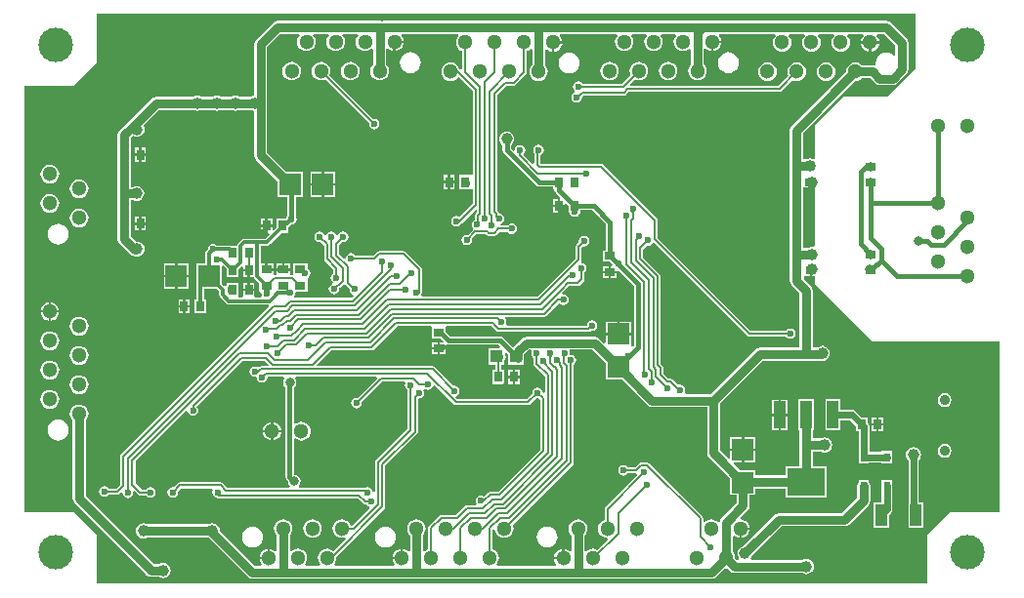
<source format=gbl>
G04 Layer_Physical_Order=2*
G04 Layer_Color=16711680*
%FSLAX25Y25*%
%MOIN*%
G70*
G01*
G75*
%ADD11R,0.02756X0.03543*%
%ADD17R,0.03543X0.02756*%
%ADD29C,0.00787*%
%ADD30C,0.03150*%
%ADD31C,0.01575*%
%ADD32C,0.02362*%
%ADD33C,0.01181*%
%ADD34C,0.05118*%
%ADD35C,0.03543*%
%ADD36C,0.11811*%
%ADD37C,0.02362*%
%ADD38C,0.03150*%
%ADD39C,0.03937*%
%ADD40R,0.12992X0.09449*%
%ADD41R,0.03937X0.09449*%
%ADD42R,0.07284X0.07480*%
%ADD43R,0.07480X0.07284*%
%ADD44R,0.03937X0.04331*%
%ADD45R,0.03937X0.07480*%
%ADD46R,0.02362X0.03150*%
%ADD47C,0.01969*%
G36*
X305118Y177165D02*
X295276Y167323D01*
X280512D01*
X270669Y157480D01*
Y148622D01*
Y146437D01*
X270460Y146264D01*
X270069Y146097D01*
X269569Y146304D01*
X268898Y146392D01*
X268227Y146304D01*
X267601Y146045D01*
X267567Y146019D01*
X266590D01*
Y154947D01*
X284484Y172841D01*
X284528Y172835D01*
X285353Y172944D01*
X286122Y173262D01*
X286782Y173769D01*
X286809Y173804D01*
X289517D01*
X291268Y172052D01*
X291988Y171571D01*
X292838Y171402D01*
X297241D01*
X298090Y171571D01*
X298811Y172052D01*
X301924Y175166D01*
X302405Y175886D01*
X302574Y176735D01*
Y185866D01*
X302405Y186716D01*
X301924Y187436D01*
X296688Y192672D01*
X295968Y193153D01*
X295118Y193322D01*
X123287D01*
X122944Y193254D01*
X122205Y193401D01*
X87441D01*
X86592Y193232D01*
X85871Y192751D01*
X80025Y186904D01*
X79544Y186184D01*
X79375Y185335D01*
Y167704D01*
X79053Y167662D01*
X78428Y167403D01*
X78394Y167377D01*
X74460D01*
X74426Y167403D01*
X73801Y167662D01*
X73130Y167751D01*
X72459Y167662D01*
X71833Y167403D01*
X71800Y167377D01*
X67931D01*
X67898Y167403D01*
X67272Y167662D01*
X66601Y167751D01*
X65930Y167662D01*
X65304Y167403D01*
X65271Y167377D01*
X61370D01*
X61336Y167403D01*
X60711Y167662D01*
X60039Y167751D01*
X59368Y167662D01*
X58743Y167403D01*
X58709Y167377D01*
X45866D01*
X45017Y167208D01*
X44297Y166727D01*
X36324Y158755D01*
X33470Y155900D01*
X32989Y155180D01*
X32820Y154331D01*
Y147638D01*
Y124016D01*
Y118799D01*
X32989Y117950D01*
X33470Y117230D01*
X37013Y113686D01*
X37733Y113205D01*
X38023Y113147D01*
X38074Y113109D01*
X38699Y112850D01*
X39370Y112761D01*
X40041Y112850D01*
X40667Y113109D01*
X41204Y113521D01*
X41616Y114058D01*
X41875Y114683D01*
X41963Y115354D01*
X41875Y116025D01*
X41616Y116651D01*
X41204Y117188D01*
X40667Y117600D01*
X40041Y117859D01*
X39370Y117947D01*
X39070Y117908D01*
X37259Y119719D01*
Y124016D01*
Y132131D01*
X37942D01*
X37975Y132105D01*
X38601Y131846D01*
X39272Y131757D01*
X39943Y131846D01*
X40568Y132105D01*
X41105Y132517D01*
X41517Y133054D01*
X41776Y133679D01*
X41865Y134350D01*
X41776Y135021D01*
X41517Y135647D01*
X41105Y136184D01*
X40568Y136596D01*
X39943Y136855D01*
X39272Y136943D01*
X38601Y136855D01*
X37975Y136596D01*
X37942Y136570D01*
X37259D01*
Y147638D01*
Y153411D01*
X37976Y154128D01*
X38074Y154054D01*
X38699Y153795D01*
X39370Y153706D01*
X40041Y153795D01*
X40667Y154054D01*
X41204Y154466D01*
X41616Y155003D01*
X41875Y155628D01*
X41963Y156299D01*
X41875Y156970D01*
X41616Y157596D01*
X41541Y157693D01*
X46786Y162938D01*
X58709D01*
X58743Y162912D01*
X59368Y162653D01*
X60039Y162564D01*
X60711Y162653D01*
X61336Y162912D01*
X61370Y162938D01*
X65271D01*
X65304Y162912D01*
X65930Y162653D01*
X66601Y162564D01*
X67272Y162653D01*
X67898Y162912D01*
X67931Y162938D01*
X71800D01*
X71833Y162912D01*
X72459Y162653D01*
X73130Y162564D01*
X73801Y162653D01*
X74426Y162912D01*
X74460Y162938D01*
X78394D01*
X78428Y162912D01*
X79053Y162653D01*
X79375Y162610D01*
Y147441D01*
X79544Y146591D01*
X80025Y145871D01*
X87390Y138506D01*
Y133059D01*
X90709D01*
Y126680D01*
X90446Y126286D01*
X90329Y125701D01*
X87094D01*
Y122875D01*
X86086Y121867D01*
X85532Y122097D01*
Y122933D01*
X83957D01*
Y120965D01*
X84400D01*
X84629Y120410D01*
X83152Y118933D01*
X76004D01*
X75539Y118840D01*
X75144Y118577D01*
X73943Y117376D01*
X73679Y116981D01*
X73593Y116547D01*
X70984D01*
X70866Y116571D01*
X66687D01*
X66640Y116640D01*
X66050Y117034D01*
X65354Y117173D01*
X64658Y117034D01*
X64069Y116640D01*
X63674Y116050D01*
X63536Y115354D01*
X63569Y115190D01*
X63116Y114738D01*
X62853Y114343D01*
X62760Y113878D01*
Y110445D01*
X59831D01*
Y103267D01*
X59807Y103150D01*
Y98142D01*
X59043D01*
Y93394D01*
X63004D01*
Y98142D01*
X62240D01*
Y101760D01*
X66697D01*
X67484Y100973D01*
Y99725D01*
X67577Y99259D01*
X67841Y98864D01*
X69954Y96751D01*
X70349Y96487D01*
X70814Y96395D01*
X84211D01*
X84460Y95795D01*
X33987Y45321D01*
X33766Y44992D01*
X33689Y44603D01*
X33689Y44603D01*
Y34968D01*
X32256Y33535D01*
X29793D01*
X29613Y33806D01*
X29023Y34200D01*
X28327Y34338D01*
X27631Y34200D01*
X27041Y33806D01*
X26647Y33216D01*
X26508Y32520D01*
X26647Y31824D01*
X27041Y31234D01*
X27631Y30840D01*
X28327Y30701D01*
X29023Y30840D01*
X29613Y31234D01*
X29793Y31504D01*
X32677D01*
X32677Y31504D01*
X33066Y31581D01*
X33395Y31802D01*
X33891Y32298D01*
X34265Y32159D01*
X34472Y32030D01*
X34600Y31391D01*
X34994Y30801D01*
X35584Y30407D01*
X36279Y30268D01*
X36975Y30407D01*
X37565Y30801D01*
X37960Y31391D01*
X38098Y32087D01*
X38017Y32493D01*
X38570Y32789D01*
X39794Y31565D01*
X39794Y31565D01*
X40123Y31345D01*
X40512Y31268D01*
X42530D01*
X42710Y30998D01*
X43300Y30604D01*
X43996Y30465D01*
X44692Y30604D01*
X45282Y30998D01*
X45676Y31588D01*
X45814Y32283D01*
X45676Y32979D01*
X45282Y33569D01*
X44692Y33963D01*
X43996Y34102D01*
X43300Y33963D01*
X42710Y33569D01*
X42530Y33299D01*
X40933D01*
X38870Y35362D01*
Y42878D01*
X56157Y60166D01*
X56806Y59966D01*
X56883Y59580D01*
X57277Y58990D01*
X57867Y58596D01*
X58563Y58457D01*
X59259Y58596D01*
X59849Y58990D01*
X60243Y59580D01*
X60381Y60276D01*
X60243Y60971D01*
X59849Y61561D01*
X59843Y61624D01*
X75432Y77213D01*
X82968D01*
X84300Y75881D01*
X84070Y75327D01*
X81659D01*
X81659Y75327D01*
X81271Y75249D01*
X80941Y75029D01*
X80389Y75093D01*
X80342Y75124D01*
X79646Y75262D01*
X78950Y75124D01*
X78360Y74730D01*
X77966Y74140D01*
X77828Y73444D01*
X77966Y72748D01*
X78360Y72158D01*
X78950Y71764D01*
X79646Y71625D01*
X79770Y71650D01*
X80347Y71476D01*
X80485Y70780D01*
X80879Y70191D01*
X81470Y69796D01*
X82165Y69658D01*
X82861Y69796D01*
X83451Y70191D01*
X83845Y70780D01*
X83984Y71476D01*
X84184Y71721D01*
X89518D01*
X89811Y71121D01*
X89485Y70633D01*
X89316Y69784D01*
X89485Y68934D01*
X89966Y68214D01*
X90107Y68120D01*
Y37610D01*
X90215Y37068D01*
X90522Y36608D01*
X90926Y36204D01*
X90890Y36024D01*
X91059Y35174D01*
X91541Y34454D01*
X91576Y34431D01*
X91394Y33830D01*
X70159D01*
X68626Y35364D01*
X68296Y35584D01*
X67908Y35661D01*
X67908Y35661D01*
X54016D01*
X54016Y35661D01*
X53627Y35584D01*
X53298Y35364D01*
X53298Y35364D01*
X51972Y34038D01*
X51654Y34102D01*
X50958Y33964D01*
X50368Y33569D01*
X49974Y32979D01*
X49835Y32283D01*
X49974Y31588D01*
X50368Y30998D01*
X50958Y30604D01*
X51654Y30465D01*
X52349Y30604D01*
X52939Y30998D01*
X53333Y31588D01*
X53472Y32283D01*
X53409Y32602D01*
X54436Y33630D01*
X64962D01*
X65283Y33030D01*
X65249Y32979D01*
X65111Y32283D01*
X65249Y31588D01*
X65643Y30998D01*
X66233Y30604D01*
X66571Y30536D01*
X66585Y30522D01*
X66585Y30522D01*
X66914Y30302D01*
X67303Y30225D01*
X67303Y30225D01*
X114678D01*
X116565Y28337D01*
X116565Y28337D01*
X116895Y28117D01*
X117283Y28040D01*
X117746D01*
X117927Y27769D01*
X118517Y27375D01*
X118577Y27363D01*
X118774Y26712D01*
X112920Y20858D01*
X112332D01*
X112092Y21437D01*
X111585Y22097D01*
X110925Y22604D01*
X110156Y22923D01*
X109331Y23031D01*
X108505Y22923D01*
X107736Y22604D01*
X107076Y22097D01*
X106569Y21437D01*
X106251Y20668D01*
X106142Y19842D01*
X106251Y19017D01*
X106569Y18248D01*
X107076Y17588D01*
X107736Y17081D01*
X108505Y16762D01*
X109331Y16654D01*
X110156Y16762D01*
X110236Y16796D01*
X110576Y16287D01*
X106473Y12184D01*
X105925Y12604D01*
X105156Y12923D01*
X104331Y13031D01*
X103505Y12923D01*
X102736Y12604D01*
X102076Y12097D01*
X101569Y11437D01*
X101251Y10668D01*
X101142Y9843D01*
X101251Y9017D01*
X101569Y8248D01*
X101958Y7741D01*
X101741Y7141D01*
X96920D01*
X96703Y7741D01*
X97092Y8248D01*
X97411Y9017D01*
X97519Y9843D01*
X97411Y10668D01*
X97092Y11437D01*
X96586Y12097D01*
X95925Y12604D01*
X95156Y12923D01*
X94331Y13031D01*
X93505Y12923D01*
X92736Y12604D01*
X92150Y12155D01*
X91854Y12224D01*
X91550Y12398D01*
Y17561D01*
X91585Y17588D01*
X92092Y18248D01*
X92411Y19017D01*
X92519Y19842D01*
X92411Y20668D01*
X92092Y21437D01*
X91585Y22097D01*
X90925Y22604D01*
X90156Y22923D01*
X89331Y23031D01*
X88505Y22923D01*
X87736Y22604D01*
X87076Y22097D01*
X86569Y21437D01*
X86251Y20668D01*
X86142Y19842D01*
X86251Y19017D01*
X86569Y18248D01*
X87076Y17588D01*
X87111Y17561D01*
Y12379D01*
X86781Y12200D01*
X86511Y12140D01*
X85919Y12594D01*
X85153Y12911D01*
X84724Y12968D01*
Y9843D01*
X84331D01*
Y9449D01*
X81206D01*
X81262Y9020D01*
X81580Y8254D01*
X81973Y7741D01*
X81764Y7141D01*
X79758D01*
X67742Y19157D01*
X67662Y19766D01*
X67403Y20391D01*
X66991Y20928D01*
X66454Y21340D01*
X65829Y21599D01*
X65158Y21688D01*
X64486Y21599D01*
X63861Y21340D01*
X63827Y21314D01*
X42866D01*
X42832Y21340D01*
X42207Y21599D01*
X41535Y21688D01*
X40864Y21599D01*
X40239Y21340D01*
X39702Y20928D01*
X39290Y20391D01*
X39031Y19766D01*
X38942Y19094D01*
X39031Y18423D01*
X39290Y17798D01*
X39702Y17261D01*
X40239Y16849D01*
X40864Y16590D01*
X41535Y16501D01*
X42207Y16590D01*
X42832Y16849D01*
X42866Y16875D01*
X63746D01*
X77269Y3352D01*
X77989Y2870D01*
X78839Y2701D01*
X88799D01*
X89331Y2807D01*
X89862Y2701D01*
X235394D01*
X236243Y2870D01*
X236963Y3352D01*
X239909Y6297D01*
X240721D01*
X241698Y5320D01*
X242418Y4839D01*
X243268Y4670D01*
X266386D01*
X266420Y4644D01*
X267045Y4385D01*
X267717Y4297D01*
X268388Y4385D01*
X269013Y4644D01*
X269550Y5056D01*
X269962Y5593D01*
X270221Y6219D01*
X270310Y6890D01*
X270221Y7561D01*
X269962Y8186D01*
X269550Y8723D01*
X269013Y9135D01*
X268388Y9394D01*
X267717Y9483D01*
X267045Y9394D01*
X266420Y9135D01*
X266386Y9110D01*
X249073D01*
X249015Y9175D01*
X248811Y9710D01*
X249096Y10081D01*
X249355Y10707D01*
X249361Y10749D01*
X259266Y20654D01*
X280807D01*
X281657Y20823D01*
X282377Y21304D01*
X288971Y27899D01*
X289452Y28619D01*
X289621Y29469D01*
Y34449D01*
X289452Y35298D01*
X289185Y35699D01*
Y36626D01*
X287616D01*
X287402Y36669D01*
X287187Y36626D01*
X285618D01*
Y35699D01*
X285351Y35298D01*
X285182Y34449D01*
Y30388D01*
X279888Y25094D01*
X258347D01*
X257497Y24925D01*
X256777Y24444D01*
X246221Y13888D01*
X246179Y13883D01*
X245554Y13624D01*
X245017Y13212D01*
X244605Y12675D01*
X244346Y12049D01*
X244257Y11378D01*
X244346Y10707D01*
X244605Y10081D01*
X244808Y9816D01*
X244587Y9244D01*
X244334Y9200D01*
X244078Y9218D01*
X243498Y9799D01*
X243503Y9843D01*
X243395Y10668D01*
X243076Y11437D01*
X242613Y12040D01*
Y17276D01*
X243213Y17485D01*
X243726Y17091D01*
X244493Y16774D01*
X244921Y16718D01*
Y19842D01*
X245315D01*
Y20236D01*
X248440D01*
X248383Y20665D01*
X248066Y21431D01*
X247561Y22089D01*
X246903Y22594D01*
X246137Y22911D01*
X245496Y22996D01*
X245219Y23568D01*
X247731Y26079D01*
X248212Y26799D01*
X248381Y27649D01*
Y31386D01*
X250504D01*
Y33607D01*
X260618D01*
Y30500D01*
X274815D01*
Y41153D01*
X269936D01*
Y46205D01*
X272686D01*
X272719Y46180D01*
X273345Y45921D01*
X274016Y45832D01*
X274687Y45921D01*
X275312Y46180D01*
X275849Y46592D01*
X276261Y47129D01*
X276520Y47754D01*
X276609Y48425D01*
X276520Y49096D01*
X276261Y49722D01*
X275849Y50259D01*
X275312Y50671D01*
X274687Y50930D01*
X274016Y51018D01*
X273345Y50930D01*
X272719Y50671D01*
X272686Y50645D01*
X269936D01*
Y53335D01*
X270287D01*
Y63988D01*
X265146D01*
Y53335D01*
X265497D01*
Y48524D01*
Y41153D01*
X260618D01*
Y38047D01*
X250504D01*
Y39874D01*
X245057D01*
X242867Y42064D01*
X243096Y42618D01*
X245768D01*
Y46457D01*
X241831D01*
Y43884D01*
X241276Y43654D01*
X238342Y46589D01*
Y62722D01*
X252927Y77308D01*
X272345D01*
X272557Y77220D01*
X273228Y77131D01*
X273900Y77220D01*
X274525Y77479D01*
X275062Y77891D01*
X275474Y78428D01*
X275733Y79053D01*
X275821Y79724D01*
X275733Y80396D01*
X275474Y81021D01*
X275062Y81558D01*
X274525Y81970D01*
X273900Y82229D01*
X273228Y82317D01*
X272557Y82229D01*
X271932Y81970D01*
X271642Y81747D01*
X269936D01*
Y101279D01*
X269767Y102129D01*
X269286Y102849D01*
X266903Y105233D01*
X266922Y106008D01*
X267028Y106102D01*
X268996D01*
Y108071D01*
X269783D01*
Y106102D01*
X270669D01*
Y103347D01*
X275590Y98425D01*
X290354Y83661D01*
X333630D01*
Y25591D01*
X316929D01*
X309055Y17717D01*
X309055Y1016D01*
X25591D01*
Y17717D01*
X17717Y25591D01*
X1016Y25591D01*
Y171260D01*
X17717D01*
X25591Y179134D01*
X25591Y195835D01*
X305118D01*
Y177165D01*
D02*
G37*
G36*
X139890Y88929D02*
Y84969D01*
X142949D01*
X143957Y83960D01*
X143728Y83406D01*
X142657D01*
Y81831D01*
X144626D01*
Y82536D01*
X145171Y82874D01*
X145226Y82876D01*
X145728Y82776D01*
X162661D01*
X163374Y82062D01*
X163145Y81508D01*
X159438D01*
Y75972D01*
X161583D01*
Y74028D01*
X160618D01*
Y69279D01*
X164579D01*
Y74028D01*
X163614D01*
Y75972D01*
X164579D01*
Y77235D01*
X164672Y77297D01*
X165066Y77887D01*
X165204Y78583D01*
X165066Y79279D01*
X164884Y79550D01*
X164915Y79673D01*
X165578Y79858D01*
X166130Y79307D01*
Y75972D01*
X169075D01*
X169291Y75929D01*
X169507Y75972D01*
X171271D01*
Y77193D01*
X171342Y77300D01*
X171511Y78149D01*
Y79396D01*
X173144Y81029D01*
X173712D01*
X174032Y80429D01*
X174014Y80401D01*
X173875Y79705D01*
X174014Y79009D01*
X174408Y78419D01*
X174678Y78239D01*
Y76305D01*
X174678Y76305D01*
X174756Y75917D01*
X174976Y75587D01*
X178591Y71972D01*
Y66513D01*
X177991Y66202D01*
X177901Y66265D01*
X177873Y66324D01*
X177743Y66975D01*
X177349Y67565D01*
X176759Y67959D01*
X176063Y68098D01*
X175367Y67959D01*
X174777Y67565D01*
X174383Y66975D01*
X174245Y66280D01*
X174308Y65961D01*
X172355Y64008D01*
X148655D01*
X148076Y64586D01*
X148274Y65237D01*
X148334Y65249D01*
X148924Y65643D01*
X149318Y66233D01*
X149456Y66929D01*
X149318Y67625D01*
X148924Y68215D01*
X148334Y68609D01*
X147638Y68748D01*
X147319Y68684D01*
X140974Y75029D01*
X140645Y75249D01*
X140256Y75327D01*
X140256Y75327D01*
X101067D01*
X100838Y75881D01*
X105752Y80796D01*
X119490D01*
X119490Y80795D01*
X119878Y80873D01*
X120208Y81093D01*
X128256Y89142D01*
X139378D01*
X139890Y88929D01*
D02*
G37*
G36*
X199398Y76302D02*
Y70854D01*
X204845D01*
X213627Y62072D01*
X214347Y61591D01*
X215197Y61422D01*
X233902D01*
Y45669D01*
X234071Y44820D01*
X234552Y44100D01*
X241819Y36833D01*
Y31386D01*
X243942D01*
Y28568D01*
X238824Y23451D01*
X238343Y22730D01*
X238239Y22210D01*
X237598Y22061D01*
X237570Y22097D01*
X236909Y22604D01*
X236140Y22923D01*
X235315Y23031D01*
X234490Y22923D01*
X233720Y22604D01*
X233190Y22197D01*
X232590Y22392D01*
Y23321D01*
X232590Y23321D01*
X232513Y23710D01*
X232293Y24039D01*
X214157Y42175D01*
X213828Y42395D01*
X213439Y42472D01*
X213439Y42472D01*
X211482D01*
X211093Y42395D01*
X210764Y42175D01*
X210764Y42175D01*
X209318Y40729D01*
X206832D01*
X206651Y40999D01*
X206061Y41393D01*
X205365Y41532D01*
X204670Y41393D01*
X204080Y40999D01*
X203685Y40409D01*
X203547Y39713D01*
X203685Y39017D01*
X204080Y38427D01*
X204670Y38033D01*
X205365Y37895D01*
X206061Y38033D01*
X206651Y38427D01*
X206832Y38698D01*
X209739D01*
X209739Y38698D01*
X209789Y38708D01*
X210085Y38155D01*
X199164Y27234D01*
X198944Y26904D01*
X198866Y26516D01*
X198866Y26516D01*
Y22844D01*
X198287Y22604D01*
X197627Y22097D01*
X197120Y21437D01*
X196802Y20668D01*
X196693Y19842D01*
X196802Y19017D01*
X197120Y18248D01*
X197627Y17588D01*
X198287Y17081D01*
X199056Y16762D01*
X199719Y16675D01*
X200006Y16113D01*
X196488Y12595D01*
X196476Y12604D01*
X195707Y12923D01*
X194882Y13031D01*
X194056Y12923D01*
X193288Y12604D01*
X192702Y12155D01*
X192405Y12224D01*
X192102Y12398D01*
Y17561D01*
X192137Y17588D01*
X192643Y18248D01*
X192962Y19017D01*
X193070Y19842D01*
X192962Y20668D01*
X192643Y21437D01*
X192137Y22097D01*
X191476Y22604D01*
X190707Y22923D01*
X189882Y23031D01*
X189057Y22923D01*
X188287Y22604D01*
X187627Y22097D01*
X187120Y21437D01*
X186802Y20668D01*
X186693Y19842D01*
X186802Y19017D01*
X187120Y18248D01*
X187627Y17588D01*
X187662Y17561D01*
Y12379D01*
X187332Y12200D01*
X187062Y12140D01*
X186470Y12594D01*
X185704Y12911D01*
X185276Y12968D01*
Y9843D01*
X184882D01*
Y9449D01*
X181757D01*
X181813Y9020D01*
X182131Y8254D01*
X182524Y7741D01*
X182315Y7141D01*
X162353D01*
X162136Y7741D01*
X162525Y8248D01*
X162844Y9017D01*
X162952Y9843D01*
X162844Y10668D01*
X162525Y11437D01*
X162019Y12097D01*
X161358Y12604D01*
X160779Y12844D01*
Y19423D01*
X161004Y19580D01*
X161647Y19296D01*
X161684Y19017D01*
X162002Y18248D01*
X162509Y17588D01*
X163169Y17081D01*
X163938Y16762D01*
X164764Y16654D01*
X165589Y16762D01*
X166358Y17081D01*
X167018Y17588D01*
X167525Y18248D01*
X167844Y19017D01*
X167952Y19842D01*
X167844Y20668D01*
X167604Y21247D01*
X188226Y41868D01*
X188226Y41868D01*
X188446Y42198D01*
X188523Y42587D01*
Y75876D01*
X188794Y76056D01*
X189188Y76647D01*
X189326Y77342D01*
X189188Y78038D01*
X188794Y78628D01*
X188204Y79022D01*
X187508Y79161D01*
X187436Y79146D01*
X187012Y79571D01*
X187035Y79685D01*
X186897Y80381D01*
X186865Y80429D01*
X187185Y81029D01*
X194671D01*
X199398Y76302D01*
D02*
G37*
G36*
X147516Y62274D02*
X147845Y62054D01*
X148234Y61977D01*
X172775D01*
X172776Y61976D01*
X173164Y62054D01*
X173494Y62274D01*
X175744Y64525D01*
X176063Y64461D01*
X176382Y64525D01*
X177016Y63890D01*
Y46894D01*
X162595Y32472D01*
X159953D01*
X159564Y32395D01*
X159235Y32175D01*
X159235Y32175D01*
X157802Y30742D01*
X157389Y31018D01*
X156693Y31157D01*
X155997Y31018D01*
X155407Y30624D01*
X155013Y30034D01*
X154875Y29338D01*
X155013Y28642D01*
X155210Y28348D01*
X154889Y27748D01*
X151910D01*
X151910Y27748D01*
X151521Y27670D01*
X151192Y27450D01*
X151192Y27450D01*
X148340Y24598D01*
X143215D01*
X143214Y24598D01*
X142826Y24521D01*
X142496Y24301D01*
X139046Y20850D01*
X138826Y20520D01*
X138748Y20132D01*
X138748Y20132D01*
Y12844D01*
X138169Y12604D01*
X137584Y12155D01*
X137287Y12224D01*
X136984Y12398D01*
Y17561D01*
X137019Y17588D01*
X137525Y18248D01*
X137844Y19017D01*
X137952Y19842D01*
X137844Y20668D01*
X137525Y21437D01*
X137019Y22097D01*
X136358Y22604D01*
X135589Y22923D01*
X134764Y23031D01*
X133939Y22923D01*
X133169Y22604D01*
X132509Y22097D01*
X132002Y21437D01*
X131684Y20668D01*
X131575Y19842D01*
X131684Y19017D01*
X132002Y18248D01*
X132509Y17588D01*
X132544Y17561D01*
Y12379D01*
X132214Y12200D01*
X131944Y12140D01*
X131352Y12594D01*
X130586Y12911D01*
X130157Y12968D01*
Y9843D01*
X129764D01*
Y9449D01*
X126639D01*
X126695Y9020D01*
X127013Y8254D01*
X127406Y7741D01*
X127197Y7141D01*
X106920D01*
X106703Y7741D01*
X107092Y8248D01*
X107411Y9017D01*
X107519Y9843D01*
X107459Y10298D01*
X123868Y26706D01*
X124088Y27036D01*
X124165Y27424D01*
Y41407D01*
X134970Y52212D01*
X134970Y52212D01*
X135190Y52542D01*
X135267Y52930D01*
Y63841D01*
X135709Y64363D01*
X136405Y64501D01*
X136995Y64895D01*
X137389Y65485D01*
X137527Y66181D01*
X137389Y66877D01*
X137161Y67217D01*
X137594Y67650D01*
X138064Y67336D01*
X138760Y67197D01*
X139456Y67336D01*
X140046Y67730D01*
X140440Y68320D01*
X140470Y68471D01*
X141121Y68669D01*
X147516Y62274D01*
D02*
G37*
G36*
X121265Y71166D02*
X114571Y64472D01*
X114252Y64535D01*
X113556Y64397D01*
X112966Y64002D01*
X112572Y63412D01*
X112434Y62717D01*
X112572Y62021D01*
X112966Y61431D01*
X113556Y61037D01*
X114252Y60898D01*
X114948Y61037D01*
X115538Y61431D01*
X115932Y62021D01*
X116070Y62717D01*
X116007Y63035D01*
X123117Y70146D01*
X130651D01*
X130972Y69546D01*
X130938Y69495D01*
X130800Y68799D01*
X130938Y68103D01*
X131332Y67513D01*
X131603Y67333D01*
Y53944D01*
X120857Y43198D01*
X120636Y42869D01*
X120559Y42480D01*
X120559Y42480D01*
Y32407D01*
X119959Y32348D01*
X119849Y32901D01*
X119455Y33490D01*
X118865Y33885D01*
X118169Y34023D01*
X117473Y33885D01*
X117392Y33830D01*
X94827D01*
X94645Y34431D01*
X94680Y34454D01*
X95161Y35174D01*
X95330Y36024D01*
X95161Y36873D01*
X94680Y37593D01*
X93960Y38074D01*
X93110Y38243D01*
X92941Y38383D01*
Y50351D01*
X93541Y50647D01*
X93878Y50388D01*
X94647Y50070D01*
X95472Y49961D01*
X96298Y50070D01*
X97067Y50388D01*
X97727Y50895D01*
X98234Y51555D01*
X98553Y52324D01*
X98661Y53150D01*
X98553Y53975D01*
X98234Y54744D01*
X97727Y55404D01*
X97067Y55911D01*
X96298Y56230D01*
X95472Y56338D01*
X94647Y56230D01*
X93878Y55911D01*
X93541Y55652D01*
X92941Y55948D01*
Y68104D01*
X93105Y68214D01*
X93586Y68934D01*
X93755Y69784D01*
X93586Y70633D01*
X93260Y71121D01*
X93553Y71721D01*
X121036D01*
X121265Y71166D01*
D02*
G37*
G36*
X269291Y136319D02*
X270669D01*
Y116505D01*
X270069Y116040D01*
X269783Y116077D01*
X269112Y115989D01*
X268662Y115803D01*
X266590D01*
Y136319D01*
X268504D01*
Y138287D01*
X269291D01*
Y136319D01*
D02*
G37*
G36*
X70067Y108528D02*
Y105795D01*
X74028D01*
Y108430D01*
X75036Y109438D01*
X75590Y109209D01*
Y108563D01*
X77559D01*
Y108169D01*
X77953D01*
Y105807D01*
X79239D01*
X79294Y105535D01*
X79557Y105140D01*
X81189Y103508D01*
Y100874D01*
X81469D01*
X81962Y100274D01*
X81941Y100170D01*
X82079Y99474D01*
X82111Y99427D01*
X81790Y98827D01*
X80009D01*
X79528Y99114D01*
X79527Y99427D01*
Y101083D01*
X77559D01*
X75590D01*
Y99427D01*
X75590Y99114D01*
X75109Y98827D01*
X74514D01*
X74028Y99102D01*
Y103850D01*
X70067D01*
Y102923D01*
X69974Y102861D01*
X69938Y102807D01*
X69166Y102731D01*
X68319Y103578D01*
Y109492D01*
X68873Y109721D01*
X70067Y108528D01*
D02*
G37*
G36*
X114823Y188658D02*
X114893Y188361D01*
X114443Y187775D01*
X114125Y187006D01*
X114016Y186181D01*
X114125Y185356D01*
X114443Y184587D01*
X114950Y183926D01*
X115610Y183420D01*
X116379Y183101D01*
X117205Y182992D01*
X118030Y183101D01*
X118799Y183420D01*
X119385Y183869D01*
X119681Y183799D01*
X119985Y183625D01*
Y178463D01*
X119950Y178436D01*
X119443Y177775D01*
X119125Y177006D01*
X119016Y176181D01*
X119125Y175356D01*
X119443Y174587D01*
X119950Y173926D01*
X120610Y173420D01*
X121379Y173101D01*
X122205Y172992D01*
X123030Y173101D01*
X123799Y173420D01*
X124460Y173926D01*
X124966Y174587D01*
X125285Y175356D01*
X125393Y176181D01*
X125285Y177006D01*
X124966Y177775D01*
X124460Y178436D01*
X124425Y178463D01*
Y183645D01*
X124755Y183824D01*
X125024Y183884D01*
X125616Y183430D01*
X126383Y183113D01*
X126811Y183056D01*
Y186181D01*
X127205D01*
Y186575D01*
X130330D01*
X130273Y187003D01*
X129956Y187769D01*
X129562Y188283D01*
X129771Y188883D01*
X148964D01*
X149168Y188283D01*
X149163Y188278D01*
X148656Y187618D01*
X148337Y186849D01*
X148229Y186024D01*
X148337Y185198D01*
X148656Y184429D01*
X149163Y183769D01*
X149823Y183262D01*
X150402Y183022D01*
Y176930D01*
X149817Y176645D01*
X149548Y176816D01*
X149487Y176874D01*
X149179Y177618D01*
X148672Y178278D01*
X148012Y178785D01*
X147243Y179104D01*
X146417Y179212D01*
X145592Y179104D01*
X144823Y178785D01*
X144163Y178278D01*
X143656Y177618D01*
X143337Y176849D01*
X143229Y176024D01*
X143337Y175198D01*
X143656Y174429D01*
X144163Y173769D01*
X144823Y173262D01*
X145592Y172944D01*
X146417Y172835D01*
X147243Y172944D01*
X148012Y173262D01*
X148672Y173769D01*
X148823Y173965D01*
X149422Y174004D01*
X153913Y169513D01*
Y140789D01*
X153358Y140681D01*
Y140681D01*
X149398D01*
Y135933D01*
X153358D01*
Y135933D01*
X153913Y135825D01*
Y130743D01*
X149527Y126357D01*
X149160Y126601D01*
X148465Y126740D01*
X147769Y126601D01*
X147179Y126207D01*
X146785Y125617D01*
X146646Y124921D01*
X146785Y124225D01*
X147179Y123635D01*
X147769Y123241D01*
X148465Y123103D01*
X149160Y123241D01*
X149750Y123635D01*
X150036Y124063D01*
X150246Y124203D01*
X154934Y128891D01*
X155488Y128662D01*
Y127980D01*
X154998Y127490D01*
X154778Y127161D01*
X154701Y126772D01*
X154701Y126772D01*
Y125323D01*
X154226Y125006D01*
X153832Y124416D01*
X153693Y123721D01*
X153832Y123025D01*
X154002Y122769D01*
X154041Y122149D01*
X153900Y121931D01*
X152208Y120239D01*
X151890Y120303D01*
X151194Y120164D01*
X150604Y119770D01*
X150210Y119180D01*
X150071Y118484D01*
X150210Y117788D01*
X150604Y117199D01*
X151194Y116804D01*
X151890Y116666D01*
X152586Y116804D01*
X153176Y117199D01*
X153570Y117788D01*
X153708Y118484D01*
X153645Y118803D01*
X155184Y120343D01*
X158457D01*
X158547Y120253D01*
X158547Y120253D01*
X158877Y120032D01*
X159266Y119955D01*
X161222D01*
X161223Y119955D01*
X161611Y120032D01*
X161941Y120253D01*
X162995Y121307D01*
X165778D01*
X165958Y121037D01*
X166548Y120643D01*
X167244Y120504D01*
X167940Y120643D01*
X168530Y121037D01*
X168924Y121627D01*
X169062Y122323D01*
X168924Y123019D01*
X168530Y123609D01*
X167940Y124003D01*
X167244Y124141D01*
X166548Y124003D01*
X165958Y123609D01*
X165778Y123338D01*
X163294D01*
X163235Y123938D01*
X163590Y124009D01*
X164180Y124403D01*
X164574Y124993D01*
X164712Y125689D01*
X164574Y126385D01*
X164180Y126975D01*
X163590Y127369D01*
X163020Y127482D01*
X162954Y127813D01*
X162734Y128142D01*
X162244Y128632D01*
Y168187D01*
X165325Y171268D01*
X167966D01*
X167966Y171268D01*
X168355Y171345D01*
X168685Y171565D01*
X172135Y175016D01*
X172356Y175346D01*
X172433Y175734D01*
X172433Y175734D01*
Y183022D01*
X173012Y183262D01*
X173617Y183727D01*
X173849Y183679D01*
X174217Y183494D01*
Y178320D01*
X174163Y178278D01*
X173656Y177618D01*
X173337Y176849D01*
X173229Y176024D01*
X173337Y175198D01*
X173656Y174429D01*
X174163Y173769D01*
X174823Y173262D01*
X175592Y172944D01*
X176417Y172835D01*
X177243Y172944D01*
X178012Y173262D01*
X178672Y173769D01*
X179179Y174429D01*
X179497Y175198D01*
X179606Y176024D01*
X179497Y176849D01*
X179179Y177618D01*
X178672Y178278D01*
X178657Y178290D01*
Y183462D01*
X178928Y183628D01*
X179257Y183711D01*
X179829Y183273D01*
X180595Y182955D01*
X181024Y182899D01*
Y186024D01*
X181417D01*
Y186417D01*
X184542D01*
X184486Y186846D01*
X184169Y187612D01*
X183664Y188270D01*
X183647Y188283D01*
X183851Y188883D01*
X203040D01*
X203258Y188283D01*
X202868Y187775D01*
X202550Y187006D01*
X202441Y186181D01*
X202550Y185356D01*
X202868Y184587D01*
X203375Y183926D01*
X204036Y183420D01*
X204805Y183101D01*
X205630Y182992D01*
X206455Y183101D01*
X207224Y183420D01*
X207885Y183926D01*
X208391Y184587D01*
X208710Y185356D01*
X208819Y186181D01*
X208710Y187006D01*
X208391Y187775D01*
X208002Y188283D01*
X208220Y188883D01*
X213040D01*
X213258Y188283D01*
X212868Y187775D01*
X212550Y187006D01*
X212441Y186181D01*
X212550Y185356D01*
X212868Y184587D01*
X213375Y183926D01*
X214036Y183420D01*
X214805Y183101D01*
X215630Y182992D01*
X216455Y183101D01*
X217224Y183420D01*
X217885Y183926D01*
X218391Y184587D01*
X218710Y185356D01*
X218819Y186181D01*
X218710Y187006D01*
X218391Y187775D01*
X218002Y188283D01*
X218220Y188883D01*
X223040D01*
X223258Y188283D01*
X222868Y187775D01*
X222550Y187006D01*
X222441Y186181D01*
X222550Y185356D01*
X222868Y184587D01*
X223375Y183926D01*
X224036Y183420D01*
X224805Y183101D01*
X225630Y182992D01*
X226455Y183101D01*
X227224Y183420D01*
X227810Y183869D01*
X228107Y183799D01*
X228410Y183625D01*
Y178463D01*
X228375Y178436D01*
X227868Y177775D01*
X227550Y177006D01*
X227441Y176181D01*
X227550Y175356D01*
X227868Y174587D01*
X228375Y173926D01*
X229036Y173420D01*
X229805Y173101D01*
X230630Y172992D01*
X231455Y173101D01*
X232224Y173420D01*
X232885Y173926D01*
X233391Y174587D01*
X233710Y175356D01*
X233819Y176181D01*
X233710Y177006D01*
X233391Y177775D01*
X232885Y178436D01*
X232850Y178463D01*
Y183645D01*
X233180Y183824D01*
X233450Y183884D01*
X234042Y183430D01*
X234808Y183113D01*
X235236Y183056D01*
Y186181D01*
X235630D01*
Y186575D01*
X238755D01*
X238699Y187003D01*
X238381Y187769D01*
X237987Y188283D01*
X238197Y188883D01*
X257075D01*
X257278Y188283D01*
X257273Y188278D01*
X256766Y187618D01*
X256448Y186849D01*
X256339Y186024D01*
X256448Y185198D01*
X256766Y184429D01*
X257273Y183769D01*
X257933Y183262D01*
X258702Y182944D01*
X259528Y182835D01*
X260353Y182944D01*
X261122Y183262D01*
X261782Y183769D01*
X262289Y184429D01*
X262608Y185198D01*
X262716Y186024D01*
X262608Y186849D01*
X262289Y187618D01*
X261782Y188278D01*
X261777Y188283D01*
X261981Y188883D01*
X267075D01*
X267278Y188283D01*
X267273Y188278D01*
X266766Y187618D01*
X266447Y186849D01*
X266339Y186024D01*
X266447Y185198D01*
X266766Y184429D01*
X267273Y183769D01*
X267933Y183262D01*
X268702Y182944D01*
X269528Y182835D01*
X270353Y182944D01*
X271122Y183262D01*
X271782Y183769D01*
X272289Y184429D01*
X272608Y185198D01*
X272716Y186024D01*
X272608Y186849D01*
X272289Y187618D01*
X271782Y188278D01*
X271777Y188283D01*
X271981Y188883D01*
X277075D01*
X277278Y188283D01*
X277273Y188278D01*
X276766Y187618D01*
X276448Y186849D01*
X276339Y186024D01*
X276448Y185198D01*
X276766Y184429D01*
X277273Y183769D01*
X277933Y183262D01*
X278702Y182944D01*
X279528Y182835D01*
X280353Y182944D01*
X281122Y183262D01*
X281782Y183769D01*
X282289Y184429D01*
X282608Y185198D01*
X282716Y186024D01*
X282608Y186849D01*
X282289Y187618D01*
X281782Y188278D01*
X281777Y188283D01*
X281980Y188883D01*
X287094D01*
X287298Y188283D01*
X287281Y188270D01*
X286776Y187612D01*
X286459Y186846D01*
X286403Y186417D01*
X292653D01*
X292596Y186846D01*
X292279Y187612D01*
X291774Y188270D01*
X291757Y188283D01*
X291961Y188883D01*
X294199D01*
X298134Y184947D01*
Y181662D01*
X297816Y181554D01*
X297534Y181503D01*
X296832Y182042D01*
X295967Y182401D01*
X295039Y182523D01*
X294111Y182401D01*
X293247Y182042D01*
X292504Y181473D01*
X291934Y180730D01*
X291576Y179865D01*
X291454Y178937D01*
X291498Y178599D01*
X290953Y178141D01*
X290436Y178243D01*
X286809D01*
X286782Y178278D01*
X286122Y178785D01*
X285353Y179104D01*
X284528Y179212D01*
X283702Y179104D01*
X282933Y178785D01*
X282273Y178278D01*
X281766Y177618D01*
X281448Y176849D01*
X281339Y176024D01*
X281345Y175980D01*
X262800Y157436D01*
X262319Y156716D01*
X262150Y155866D01*
Y143701D01*
Y113484D01*
Y104626D01*
X262319Y103777D01*
X262800Y103056D01*
X265497Y100360D01*
Y81747D01*
X252008D01*
X251158Y81578D01*
X250438Y81097D01*
X235203Y65861D01*
X226562D01*
X226241Y66461D01*
X226326Y66588D01*
X226464Y67283D01*
X226326Y67979D01*
X225932Y68569D01*
X225342Y68963D01*
X224646Y69102D01*
X224043Y68982D01*
X222149Y70876D01*
X221820Y71096D01*
X221431Y71173D01*
X221431Y71173D01*
X220738D01*
X219067Y72845D01*
Y74901D01*
X218989Y75290D01*
X218769Y75619D01*
X218161Y76227D01*
Y105886D01*
X218161Y105886D01*
Y106099D01*
X218084Y106488D01*
X217864Y106817D01*
X217864Y106817D01*
X212177Y112504D01*
Y113524D01*
X212177Y113524D01*
Y115284D01*
X213456Y116562D01*
X213774Y116499D01*
X214470Y116637D01*
X215060Y117031D01*
X215263Y117334D01*
X215987Y117458D01*
X247687Y85758D01*
X247687Y85758D01*
X248017Y85538D01*
X248406Y85461D01*
X248406Y85461D01*
X260817D01*
X260998Y85191D01*
X261588Y84796D01*
X262283Y84658D01*
X262979Y84796D01*
X263569Y85191D01*
X263963Y85781D01*
X264102Y86476D01*
X263963Y87172D01*
X263569Y87762D01*
X262979Y88156D01*
X262283Y88295D01*
X261588Y88156D01*
X260998Y87762D01*
X260817Y87492D01*
X248826D01*
X217197Y119122D01*
Y125171D01*
X217119Y125560D01*
X216899Y125890D01*
X198449Y144340D01*
X198119Y144560D01*
X197730Y144638D01*
X197730Y144638D01*
X177133D01*
X177080Y144691D01*
Y147504D01*
X177118Y147511D01*
X177708Y147905D01*
X178102Y148495D01*
X178241Y149191D01*
X178102Y149887D01*
X177708Y150477D01*
X177118Y150871D01*
X176422Y151010D01*
X175726Y150871D01*
X175137Y150477D01*
X174742Y149887D01*
X174604Y149191D01*
X174742Y148495D01*
X175049Y148036D01*
Y144685D01*
X174449Y144436D01*
X171375Y147511D01*
X171404Y147809D01*
X171798Y148399D01*
X171937Y149094D01*
X171798Y149790D01*
X171404Y150380D01*
X170814Y150775D01*
X170118Y150913D01*
X169422Y150775D01*
X168832Y150380D01*
X168438Y149790D01*
X168320Y149198D01*
X168006Y149023D01*
X167716Y148953D01*
X166988Y149681D01*
Y150839D01*
X167404Y151159D01*
X167816Y151696D01*
X168076Y152321D01*
X168164Y152992D01*
X168076Y153663D01*
X167816Y154289D01*
X167404Y154826D01*
X166867Y155238D01*
X166242Y155497D01*
X165571Y155585D01*
X164900Y155497D01*
X164274Y155238D01*
X163737Y154826D01*
X163325Y154289D01*
X163066Y153663D01*
X162978Y152992D01*
X163066Y152321D01*
X163325Y151696D01*
X163737Y151159D01*
X164154Y150839D01*
Y149094D01*
X164262Y148552D01*
X164569Y148092D01*
X175573Y137089D01*
X176032Y136781D01*
X176575Y136674D01*
X181287D01*
Y135717D01*
X181851D01*
Y135630D01*
X181959Y135088D01*
X182266Y134628D01*
X183859Y133035D01*
X183661Y132557D01*
Y130512D01*
X185236D01*
Y130874D01*
X185791Y131103D01*
X186799Y130095D01*
Y127744D01*
X187113D01*
X187159Y127513D01*
X187553Y126923D01*
X188143Y126529D01*
X188839Y126390D01*
X189534Y126529D01*
X190124Y126923D01*
X190519Y127513D01*
X190565Y127744D01*
X190760D01*
Y128701D01*
X194669D01*
X199370Y124000D01*
Y114972D01*
X198413D01*
Y111012D01*
X200764D01*
X201727Y110049D01*
X201478Y109449D01*
X201181D01*
Y107874D01*
X203227D01*
X203704Y108072D01*
X209036Y102740D01*
Y82398D01*
X208633Y81995D01*
X208071Y82282D01*
Y85925D01*
X203740D01*
X199409D01*
Y83352D01*
X198855Y83123D01*
X197160Y84818D01*
X196440Y85299D01*
X195590Y85468D01*
X172225D01*
X171375Y85299D01*
X170655Y84818D01*
X167722Y81885D01*
X167574Y81870D01*
X164250Y85195D01*
X163790Y85502D01*
X163248Y85610D01*
X146315D01*
X144638Y87287D01*
Y88929D01*
X145150Y89142D01*
X160259D01*
X160282Y89027D01*
X160502Y88697D01*
X161886Y87313D01*
X162216Y87093D01*
X162604Y87016D01*
X162604Y87016D01*
X193484D01*
X193484Y87016D01*
X193873Y87093D01*
X194202Y87313D01*
X194386Y87497D01*
X194705Y87434D01*
X195401Y87572D01*
X195991Y87966D01*
X196385Y88556D01*
X196523Y89252D01*
X196385Y89948D01*
X195991Y90538D01*
X195401Y90932D01*
X194705Y91070D01*
X194009Y90932D01*
X193419Y90538D01*
X193025Y89948D01*
X192886Y89252D01*
X192718Y89047D01*
X165550D01*
X165229Y89647D01*
X165263Y89698D01*
X165401Y90394D01*
X165263Y91090D01*
X164868Y91680D01*
X164851Y91691D01*
X165033Y92291D01*
X178276D01*
X178276Y92291D01*
X178664Y92369D01*
X178994Y92589D01*
X182969Y96564D01*
X183596Y96706D01*
X184186Y96312D01*
X184882Y96174D01*
X185578Y96312D01*
X186168Y96706D01*
X186562Y97296D01*
X186700Y97992D01*
X186562Y98688D01*
X186168Y99278D01*
X185578Y99672D01*
X184882Y99810D01*
X184826Y99799D01*
X184530Y100352D01*
X184995Y100817D01*
X186854Y102676D01*
X189662D01*
X189663Y102676D01*
X190051Y102754D01*
X190381Y102974D01*
X191683Y104276D01*
X191903Y104606D01*
X191980Y104994D01*
Y107392D01*
X192250Y107572D01*
X192645Y108162D01*
X192783Y108858D01*
X192645Y109554D01*
X192250Y110144D01*
X191660Y110538D01*
X191185Y110633D01*
X190898Y111146D01*
X190881Y111258D01*
X190899Y111285D01*
X190976Y111673D01*
Y115721D01*
X191610Y116355D01*
X191929Y116292D01*
X192625Y116430D01*
X193215Y116824D01*
X193609Y117414D01*
X193747Y118110D01*
X193609Y118806D01*
X193215Y119396D01*
X192625Y119790D01*
X191929Y119929D01*
X191233Y119790D01*
X190643Y119396D01*
X190249Y118806D01*
X190111Y118110D01*
X190174Y117791D01*
X189242Y116860D01*
X189022Y116530D01*
X188945Y116142D01*
X188945Y116142D01*
Y112094D01*
X175898Y99047D01*
X136809D01*
X136488Y99647D01*
X136522Y99698D01*
X136661Y100393D01*
X136645Y100471D01*
Y108425D01*
X136568Y108813D01*
X136348Y109143D01*
X136348Y109143D01*
X131111Y114380D01*
X130782Y114600D01*
X130393Y114677D01*
X130393Y114677D01*
X121955D01*
X121566Y114600D01*
X121237Y114380D01*
X120077Y113220D01*
X113966D01*
X113786Y113490D01*
X113196Y113885D01*
X112500Y114023D01*
X111804Y113885D01*
X111214Y113490D01*
X110820Y112901D01*
X110696Y112280D01*
X110442Y112128D01*
X110106Y112021D01*
X108403Y113725D01*
Y116651D01*
X109517Y117766D01*
X109803Y117709D01*
X110499Y117848D01*
X111089Y118242D01*
X111483Y118832D01*
X111621Y119528D01*
X111483Y120223D01*
X111089Y120813D01*
X110499Y121207D01*
X109803Y121346D01*
X109107Y121207D01*
X108517Y120813D01*
X108123Y120223D01*
X108086Y120039D01*
X107475D01*
X107438Y120223D01*
X107044Y120813D01*
X106454Y121207D01*
X105758Y121346D01*
X105062Y121207D01*
X104472Y120813D01*
X104078Y120223D01*
X104041Y120039D01*
X103429D01*
X103393Y120223D01*
X102998Y120813D01*
X102409Y121207D01*
X101713Y121346D01*
X101017Y121207D01*
X100427Y120813D01*
X100033Y120223D01*
X99894Y119528D01*
X100033Y118832D01*
X100427Y118242D01*
X101017Y117848D01*
X101713Y117709D01*
X102031Y117773D01*
X103222Y116582D01*
Y112000D01*
X103222Y112000D01*
X103299Y111611D01*
X103519Y111282D01*
X106248Y108553D01*
Y107018D01*
X105978Y106837D01*
X105584Y106247D01*
X105445Y105551D01*
X105584Y104855D01*
X105978Y104265D01*
X106306Y104046D01*
X106179Y103409D01*
X105899Y103353D01*
X105309Y102959D01*
X104914Y102369D01*
X104776Y101673D01*
X104914Y100977D01*
X105309Y100387D01*
X105899Y99993D01*
X106595Y99855D01*
X107290Y99993D01*
X107880Y100387D01*
X108274Y100977D01*
X108413Y101673D01*
X108350Y101992D01*
X108603Y102245D01*
X108631Y102251D01*
X108960Y102471D01*
X109738Y103248D01*
X110473Y103135D01*
X110483Y103121D01*
X111910Y101693D01*
X111902Y101654D01*
X112040Y100958D01*
X112435Y100368D01*
X113025Y99974D01*
X113084Y99962D01*
X113282Y99311D01*
X112625Y98653D01*
X93318D01*
X93200Y98813D01*
X93052Y99253D01*
X93363Y99719D01*
X93502Y100415D01*
X93878Y100874D01*
X97551D01*
Y104835D01*
X97551D01*
X97548Y105175D01*
X97574Y105425D01*
X98136Y105801D01*
X98530Y106391D01*
X98669Y107086D01*
X98530Y107782D01*
X98136Y108372D01*
X97551Y108763D01*
Y110346D01*
X92803D01*
Y106760D01*
X92520Y106527D01*
X92520Y106527D01*
X92463Y106527D01*
X91732D01*
Y107972D01*
X87008D01*
Y106527D01*
X86221D01*
X86221Y106527D01*
X85925Y106770D01*
Y107972D01*
X83563D01*
Y108366D01*
X83169D01*
Y110335D01*
X81634D01*
Y116500D01*
X83656D01*
X84121Y116593D01*
X84516Y116857D01*
X84909Y117250D01*
X84909Y117250D01*
X84909Y117250D01*
X88612Y120953D01*
X91055D01*
Y122800D01*
X92044Y123788D01*
X92126Y123772D01*
X92822Y123911D01*
X93412Y124305D01*
X93806Y124895D01*
X93944Y125591D01*
X93806Y126286D01*
X93543Y126680D01*
Y133059D01*
X95878D01*
Y141744D01*
X90431D01*
X83814Y148360D01*
Y165157D01*
Y184415D01*
X88360Y188961D01*
X94649D01*
X94823Y188658D01*
X94893Y188361D01*
X94443Y187775D01*
X94125Y187006D01*
X94016Y186181D01*
X94125Y185356D01*
X94443Y184587D01*
X94950Y183926D01*
X95610Y183420D01*
X96379Y183101D01*
X97205Y182992D01*
X98030Y183101D01*
X98799Y183420D01*
X99459Y183926D01*
X99966Y184587D01*
X100285Y185356D01*
X100393Y186181D01*
X100285Y187006D01*
X99966Y187775D01*
X99517Y188361D01*
X99586Y188658D01*
X99760Y188961D01*
X104649D01*
X104823Y188658D01*
X104893Y188361D01*
X104443Y187775D01*
X104125Y187006D01*
X104016Y186181D01*
X104125Y185356D01*
X104443Y184587D01*
X104950Y183926D01*
X105610Y183420D01*
X106379Y183101D01*
X107205Y182992D01*
X108030Y183101D01*
X108799Y183420D01*
X109459Y183926D01*
X109966Y184587D01*
X110285Y185356D01*
X110393Y186181D01*
X110285Y187006D01*
X109966Y187775D01*
X109517Y188361D01*
X109587Y188658D01*
X109760Y188961D01*
X114649D01*
X114823Y188658D01*
D02*
G37*
%LPC*%
G36*
X9685Y77244D02*
X8860Y77135D01*
X8091Y76817D01*
X7430Y76310D01*
X6924Y75649D01*
X6605Y74880D01*
X6496Y74055D01*
X6605Y73230D01*
X6924Y72461D01*
X7430Y71800D01*
X8091Y71294D01*
X8860Y70975D01*
X9685Y70866D01*
X10510Y70975D01*
X11279Y71294D01*
X11940Y71800D01*
X12447Y72461D01*
X12765Y73230D01*
X12874Y74055D01*
X12765Y74880D01*
X12447Y75649D01*
X11940Y76310D01*
X11279Y76817D01*
X10510Y77135D01*
X9685Y77244D01*
D02*
G37*
G36*
X55118Y98130D02*
X53543D01*
Y96161D01*
X55118D01*
Y98130D01*
D02*
G37*
G36*
X19685Y82244D02*
X18860Y82135D01*
X18091Y81817D01*
X17430Y81310D01*
X16924Y80650D01*
X16605Y79880D01*
X16496Y79055D01*
X16605Y78230D01*
X16924Y77461D01*
X17430Y76800D01*
X18091Y76294D01*
X18860Y75975D01*
X19685Y75866D01*
X20510Y75975D01*
X21279Y76294D01*
X21940Y76800D01*
X22446Y77461D01*
X22765Y78230D01*
X22874Y79055D01*
X22765Y79880D01*
X22446Y80650D01*
X21940Y81310D01*
X21279Y81817D01*
X20510Y82135D01*
X19685Y82244D01*
D02*
G37*
G36*
X314961Y66200D02*
X314034Y66016D01*
X313249Y65491D01*
X312724Y64706D01*
X312540Y63779D01*
X312724Y62853D01*
X313249Y62068D01*
X314034Y61543D01*
X314961Y61359D01*
X315887Y61543D01*
X316672Y62068D01*
X317197Y62853D01*
X317381Y63779D01*
X317197Y64706D01*
X316672Y65491D01*
X315887Y66016D01*
X314961Y66200D01*
D02*
G37*
G36*
X9685Y67244D02*
X8860Y67135D01*
X8091Y66817D01*
X7430Y66310D01*
X6924Y65649D01*
X6605Y64880D01*
X6496Y64055D01*
X6605Y63230D01*
X6924Y62461D01*
X7430Y61800D01*
X8091Y61294D01*
X8860Y60975D01*
X9685Y60866D01*
X10510Y60975D01*
X11279Y61294D01*
X11940Y61800D01*
X12447Y62461D01*
X12765Y63230D01*
X12874Y64055D01*
X12765Y64880D01*
X12447Y65649D01*
X11940Y66310D01*
X11279Y66817D01*
X10510Y67135D01*
X9685Y67244D01*
D02*
G37*
G36*
X261221Y63976D02*
X259055D01*
Y59055D01*
X261221D01*
Y63976D01*
D02*
G37*
G36*
X19685Y72244D02*
X18860Y72135D01*
X18091Y71817D01*
X17430Y71310D01*
X16924Y70649D01*
X16605Y69880D01*
X16496Y69055D01*
X16605Y68230D01*
X16924Y67461D01*
X17430Y66800D01*
X18091Y66294D01*
X18860Y65975D01*
X19685Y65866D01*
X20510Y65975D01*
X21279Y66294D01*
X21940Y66800D01*
X22446Y67461D01*
X22765Y68230D01*
X22874Y69055D01*
X22765Y69880D01*
X22446Y70649D01*
X21940Y71310D01*
X21279Y71817D01*
X20510Y72135D01*
X19685Y72244D01*
D02*
G37*
G36*
Y92244D02*
X18860Y92135D01*
X18091Y91817D01*
X17430Y91310D01*
X16924Y90649D01*
X16605Y89880D01*
X16496Y89055D01*
X16605Y88230D01*
X16924Y87461D01*
X17430Y86800D01*
X18091Y86294D01*
X18860Y85975D01*
X19685Y85866D01*
X20510Y85975D01*
X21279Y86294D01*
X21940Y86800D01*
X22446Y87461D01*
X22765Y88230D01*
X22874Y89055D01*
X22765Y89880D01*
X22446Y90649D01*
X21940Y91310D01*
X21279Y91817D01*
X20510Y92135D01*
X19685Y92244D01*
D02*
G37*
G36*
X55118Y95374D02*
X53543D01*
Y93405D01*
X55118D01*
Y95374D01*
D02*
G37*
G36*
X12810Y93661D02*
X10079D01*
Y90930D01*
X10507Y90987D01*
X11273Y91304D01*
X11931Y91809D01*
X12436Y92467D01*
X12754Y93233D01*
X12810Y93661D01*
D02*
G37*
G36*
X9291D02*
X6560D01*
X6617Y93233D01*
X6934Y92467D01*
X7439Y91809D01*
X8097Y91304D01*
X8863Y90987D01*
X9291Y90930D01*
Y93661D01*
D02*
G37*
G36*
Y97180D02*
X8863Y97124D01*
X8097Y96806D01*
X7439Y96301D01*
X6934Y95644D01*
X6617Y94877D01*
X6560Y94449D01*
X9291D01*
Y97180D01*
D02*
G37*
G36*
X10079D02*
Y94449D01*
X12810D01*
X12754Y94877D01*
X12436Y95644D01*
X11931Y96301D01*
X11273Y96806D01*
X10507Y97124D01*
X10079Y97180D01*
D02*
G37*
G36*
X57480Y95374D02*
X55905D01*
Y93405D01*
X57480D01*
Y95374D01*
D02*
G37*
G36*
X9685Y87244D02*
X8860Y87135D01*
X8091Y86817D01*
X7430Y86310D01*
X6924Y85650D01*
X6605Y84880D01*
X6496Y84055D01*
X6605Y83230D01*
X6924Y82461D01*
X7430Y81800D01*
X8091Y81294D01*
X8860Y80975D01*
X9685Y80866D01*
X10510Y80975D01*
X11279Y81294D01*
X11940Y81800D01*
X12447Y82461D01*
X12765Y83230D01*
X12874Y84055D01*
X12765Y84880D01*
X12447Y85650D01*
X11940Y86310D01*
X11279Y86817D01*
X10510Y87135D01*
X9685Y87244D01*
D02*
G37*
G36*
X297059Y36626D02*
X293492D01*
Y34624D01*
X293457Y34449D01*
Y28752D01*
X290736D01*
Y20067D01*
X295878D01*
Y24409D01*
X296561Y25092D01*
X296956Y25682D01*
X297094Y26378D01*
Y34449D01*
X297059Y34624D01*
Y36626D01*
D02*
G37*
G36*
X248440Y19449D02*
X245709D01*
Y16718D01*
X246137Y16774D01*
X246903Y17091D01*
X247561Y17596D01*
X248066Y18254D01*
X248383Y19020D01*
X248440Y19449D01*
D02*
G37*
G36*
X99331Y23031D02*
X98505Y22923D01*
X97736Y22604D01*
X97076Y22097D01*
X96569Y21437D01*
X96251Y20668D01*
X96142Y19842D01*
X96251Y19017D01*
X96569Y18248D01*
X97076Y17588D01*
X97736Y17081D01*
X98505Y16762D01*
X99331Y16654D01*
X100156Y16762D01*
X100925Y17081D01*
X101585Y17588D01*
X102092Y18248D01*
X102411Y19017D01*
X102519Y19842D01*
X102411Y20668D01*
X102092Y21437D01*
X101585Y22097D01*
X100925Y22604D01*
X100156Y22923D01*
X99331Y23031D01*
D02*
G37*
G36*
X304350Y47731D02*
X303679Y47642D01*
X303054Y47383D01*
X302517Y46971D01*
X302105Y46434D01*
X301846Y45809D01*
X301757Y45138D01*
X301846Y44467D01*
X302105Y43841D01*
X302517Y43304D01*
X302532Y43293D01*
Y25177D01*
X302547Y25100D01*
Y20067D01*
X307689D01*
Y28752D01*
X306169D01*
Y43293D01*
X306184Y43304D01*
X306596Y43841D01*
X306855Y44467D01*
X306943Y45138D01*
X306855Y45809D01*
X306596Y46434D01*
X306184Y46971D01*
X305647Y47383D01*
X305022Y47642D01*
X304350Y47731D01*
D02*
G37*
G36*
X314961Y48877D02*
X314034Y48693D01*
X313249Y48168D01*
X312724Y47383D01*
X312540Y46457D01*
X312724Y45530D01*
X313249Y44745D01*
X314034Y44220D01*
X314961Y44036D01*
X315887Y44220D01*
X316672Y44745D01*
X317197Y45530D01*
X317381Y46457D01*
X317197Y47383D01*
X316672Y48168D01*
X315887Y48693D01*
X314961Y48877D01*
D02*
G37*
G36*
X250492Y46457D02*
X246555D01*
Y42618D01*
X250492D01*
Y46457D01*
D02*
G37*
G36*
X279343Y63988D02*
X274201D01*
Y53335D01*
X279343D01*
Y56843D01*
X282711D01*
X284634Y54921D01*
Y53138D01*
X285583D01*
Y44291D01*
X285618Y44116D01*
Y42114D01*
X289185D01*
Y42473D01*
X293492D01*
Y42114D01*
X297059D01*
Y44116D01*
X297094Y44291D01*
X297059Y44467D01*
Y46468D01*
X293492D01*
Y46110D01*
X289220D01*
Y54724D01*
X289082Y55420D01*
X288687Y56010D01*
X288595Y56103D01*
Y57886D01*
X286812D01*
X284750Y59947D01*
X284160Y60341D01*
X283465Y60480D01*
X279343D01*
Y63988D01*
D02*
G37*
G36*
X19685Y62244D02*
X18860Y62135D01*
X18091Y61817D01*
X17430Y61310D01*
X16924Y60650D01*
X16605Y59880D01*
X16496Y59055D01*
X16605Y58230D01*
X16924Y57461D01*
X17430Y56800D01*
X17465Y56774D01*
Y30256D01*
X17634Y29406D01*
X18115Y28686D01*
X42840Y3962D01*
X43560Y3481D01*
X44409Y3312D01*
X47016D01*
X47050Y3286D01*
X47675Y3027D01*
X48346Y2939D01*
X49018Y3027D01*
X49643Y3286D01*
X50180Y3698D01*
X50592Y4235D01*
X50851Y4860D01*
X50940Y5531D01*
X50851Y6203D01*
X50592Y6828D01*
X50180Y7365D01*
X49643Y7777D01*
X49018Y8036D01*
X48346Y8124D01*
X47675Y8036D01*
X47050Y7777D01*
X47016Y7751D01*
X45329D01*
X21905Y31175D01*
Y56774D01*
X21940Y56800D01*
X22446Y57461D01*
X22765Y58230D01*
X22874Y59055D01*
X22765Y59880D01*
X22446Y60650D01*
X21940Y61310D01*
X21279Y61817D01*
X20510Y62135D01*
X19685Y62244D01*
D02*
G37*
G36*
X83937Y12968D02*
X83508Y12911D01*
X82742Y12594D01*
X82084Y12089D01*
X81580Y11431D01*
X81262Y10665D01*
X81206Y10236D01*
X83937D01*
Y12968D01*
D02*
G37*
G36*
X78819Y20515D02*
X77891Y20393D01*
X77026Y20034D01*
X76283Y19465D01*
X75713Y18722D01*
X75355Y17857D01*
X75233Y16929D01*
X75355Y16001D01*
X75713Y15136D01*
X76283Y14394D01*
X77026Y13824D01*
X77891Y13465D01*
X78819Y13343D01*
X79747Y13465D01*
X80612Y13824D01*
X81354Y14394D01*
X81924Y15136D01*
X82283Y16001D01*
X82405Y16929D01*
X82283Y17857D01*
X81924Y18722D01*
X81354Y19465D01*
X80612Y20034D01*
X79747Y20393D01*
X78819Y20515D01*
D02*
G37*
G36*
X85079Y56275D02*
X84650Y56218D01*
X83884Y55901D01*
X83226Y55396D01*
X82721Y54738D01*
X82404Y53972D01*
X82348Y53543D01*
X85079D01*
Y56275D01*
D02*
G37*
G36*
X261221Y58268D02*
X259055D01*
Y53347D01*
X261221D01*
Y58268D01*
D02*
G37*
G36*
X258268D02*
X256102D01*
Y53347D01*
X258268D01*
Y58268D01*
D02*
G37*
G36*
X85866Y56274D02*
Y53543D01*
X88597D01*
X88541Y53972D01*
X88224Y54738D01*
X87719Y55396D01*
X87061Y55901D01*
X86295Y56218D01*
X85866Y56274D01*
D02*
G37*
G36*
X258268Y63976D02*
X256102D01*
Y59055D01*
X258268D01*
Y63976D01*
D02*
G37*
G36*
X294094Y57874D02*
X292520D01*
Y55905D01*
X294094D01*
Y57874D01*
D02*
G37*
G36*
X291732D02*
X290158D01*
Y55905D01*
X291732D01*
Y57874D01*
D02*
G37*
G36*
X12598Y57129D02*
X11670Y57007D01*
X10806Y56649D01*
X10063Y56079D01*
X9493Y55336D01*
X9135Y54471D01*
X9013Y53543D01*
X9135Y52615D01*
X9493Y51750D01*
X10063Y51008D01*
X10806Y50438D01*
X11670Y50080D01*
X12598Y49957D01*
X13526Y50080D01*
X14391Y50438D01*
X15134Y51008D01*
X15704Y51750D01*
X16062Y52615D01*
X16184Y53543D01*
X16062Y54471D01*
X15704Y55336D01*
X15134Y56079D01*
X14391Y56649D01*
X13526Y57007D01*
X12598Y57129D01*
D02*
G37*
G36*
X250492Y51083D02*
X246555D01*
Y47244D01*
X250492D01*
Y51083D01*
D02*
G37*
G36*
X245768D02*
X241831D01*
Y47244D01*
X245768D01*
Y51083D01*
D02*
G37*
G36*
X85079Y52756D02*
X82348D01*
X82404Y52327D01*
X82721Y51561D01*
X83226Y50903D01*
X83884Y50398D01*
X84650Y50081D01*
X85079Y50025D01*
Y52756D01*
D02*
G37*
G36*
X294094Y55118D02*
X292520D01*
Y53150D01*
X294094D01*
Y55118D01*
D02*
G37*
G36*
X291732D02*
X290158D01*
Y53150D01*
X291732D01*
Y55118D01*
D02*
G37*
G36*
X88597Y52756D02*
X85866D01*
Y50025D01*
X86295Y50081D01*
X87061Y50398D01*
X87719Y50903D01*
X88224Y51561D01*
X88541Y52327D01*
X88597Y52756D01*
D02*
G37*
G36*
X57480Y98130D02*
X55905D01*
Y96161D01*
X57480D01*
Y98130D01*
D02*
G37*
G36*
X42520Y147244D02*
X40945D01*
Y145276D01*
X42520D01*
Y147244D01*
D02*
G37*
G36*
X40157D02*
X38583D01*
Y145276D01*
X40157D01*
Y147244D01*
D02*
G37*
G36*
Y150000D02*
X38583D01*
Y148031D01*
X40157D01*
Y150000D01*
D02*
G37*
G36*
X42520D02*
X40945D01*
Y148031D01*
X42520D01*
Y150000D01*
D02*
G37*
G36*
X9685Y144173D02*
X8860Y144064D01*
X8091Y143746D01*
X7430Y143239D01*
X6924Y142579D01*
X6605Y141809D01*
X6496Y140984D01*
X6605Y140159D01*
X6924Y139390D01*
X7430Y138730D01*
X8091Y138223D01*
X8860Y137904D01*
X9685Y137796D01*
X10510Y137904D01*
X11279Y138223D01*
X11940Y138730D01*
X12447Y139390D01*
X12765Y140159D01*
X12874Y140984D01*
X12765Y141809D01*
X12447Y142579D01*
X11940Y143239D01*
X11279Y143746D01*
X10510Y144064D01*
X9685Y144173D01*
D02*
G37*
G36*
X57087Y110433D02*
X53248D01*
Y106496D01*
X57087D01*
Y110433D01*
D02*
G37*
G36*
X52461D02*
X48622D01*
Y106496D01*
X52461D01*
Y110433D01*
D02*
G37*
G36*
X12598Y124058D02*
X11670Y123936D01*
X10806Y123578D01*
X10063Y123008D01*
X9493Y122265D01*
X9135Y121400D01*
X9013Y120472D01*
X9135Y119544D01*
X9493Y118679D01*
X10063Y117937D01*
X10806Y117367D01*
X11670Y117009D01*
X12598Y116887D01*
X13526Y117009D01*
X14391Y117367D01*
X15134Y117937D01*
X15704Y118679D01*
X16062Y119544D01*
X16184Y120472D01*
X16062Y121400D01*
X15704Y122265D01*
X15134Y123008D01*
X14391Y123578D01*
X13526Y123936D01*
X12598Y124058D01*
D02*
G37*
G36*
X57087Y105709D02*
X53248D01*
Y101772D01*
X57087D01*
Y105709D01*
D02*
G37*
G36*
X52461D02*
X48622D01*
Y101772D01*
X52461D01*
Y105709D01*
D02*
G37*
G36*
X42520Y126378D02*
X40945D01*
Y124409D01*
X42520D01*
Y126378D01*
D02*
G37*
G36*
X9685Y134173D02*
X8860Y134064D01*
X8091Y133746D01*
X7430Y133239D01*
X6924Y132579D01*
X6605Y131809D01*
X6496Y130984D01*
X6605Y130159D01*
X6924Y129390D01*
X7430Y128729D01*
X8091Y128223D01*
X8860Y127904D01*
X9685Y127796D01*
X10510Y127904D01*
X11279Y128223D01*
X11940Y128729D01*
X12447Y129390D01*
X12765Y130159D01*
X12874Y130984D01*
X12765Y131809D01*
X12447Y132579D01*
X11940Y133239D01*
X11279Y133746D01*
X10510Y134064D01*
X9685Y134173D01*
D02*
G37*
G36*
X19685Y139173D02*
X18860Y139064D01*
X18091Y138746D01*
X17430Y138239D01*
X16924Y137579D01*
X16605Y136810D01*
X16496Y135984D01*
X16605Y135159D01*
X16924Y134390D01*
X17430Y133730D01*
X18091Y133223D01*
X18860Y132904D01*
X19685Y132796D01*
X20510Y132904D01*
X21279Y133223D01*
X21940Y133730D01*
X22446Y134390D01*
X22765Y135159D01*
X22874Y135984D01*
X22765Y136810D01*
X22446Y137579D01*
X21940Y138239D01*
X21279Y138746D01*
X20510Y139064D01*
X19685Y139173D01*
D02*
G37*
G36*
X42520Y123622D02*
X40945D01*
Y121654D01*
X42520D01*
Y123622D01*
D02*
G37*
G36*
X40157D02*
X38583D01*
Y121654D01*
X40157D01*
Y123622D01*
D02*
G37*
G36*
X83169Y122933D02*
X81595D01*
Y120965D01*
X83169D01*
Y122933D01*
D02*
G37*
G36*
X19685Y129173D02*
X18860Y129064D01*
X18091Y128746D01*
X17430Y128239D01*
X16924Y127579D01*
X16605Y126810D01*
X16496Y125984D01*
X16605Y125159D01*
X16924Y124390D01*
X17430Y123730D01*
X18091Y123223D01*
X18860Y122904D01*
X19685Y122796D01*
X20510Y122904D01*
X21279Y123223D01*
X21940Y123730D01*
X22446Y124390D01*
X22765Y125159D01*
X22874Y125984D01*
X22765Y126810D01*
X22446Y127579D01*
X21940Y128239D01*
X21279Y128746D01*
X20510Y129064D01*
X19685Y129173D01*
D02*
G37*
G36*
X40157Y126378D02*
X38583D01*
Y124409D01*
X40157D01*
Y126378D01*
D02*
G37*
G36*
X85532Y125689D02*
X83957D01*
Y123721D01*
X85532D01*
Y125689D01*
D02*
G37*
G36*
X83169D02*
X81595D01*
Y123721D01*
X83169D01*
Y125689D01*
D02*
G37*
G36*
X167717Y74016D02*
X166142D01*
Y72047D01*
X167717D01*
Y74016D01*
D02*
G37*
G36*
X170079D02*
X168504D01*
Y72047D01*
X170079D01*
Y74016D01*
D02*
G37*
G36*
Y71260D02*
X168504D01*
Y69291D01*
X170079D01*
Y71260D01*
D02*
G37*
G36*
X167717D02*
X166142D01*
Y69291D01*
X167717D01*
Y71260D01*
D02*
G37*
G36*
X141870Y81043D02*
X139902D01*
Y79469D01*
X141870D01*
Y81043D01*
D02*
G37*
G36*
X144626D02*
X142657D01*
Y79469D01*
X144626D01*
Y81043D01*
D02*
G37*
G36*
X141870Y83406D02*
X139902D01*
Y81831D01*
X141870D01*
Y83406D01*
D02*
G37*
G36*
X184488Y12968D02*
X184060Y12911D01*
X183293Y12594D01*
X182635Y12089D01*
X182131Y11431D01*
X181813Y10665D01*
X181757Y10236D01*
X184488D01*
Y12968D01*
D02*
G37*
G36*
X179370Y20515D02*
X178442Y20393D01*
X177577Y20034D01*
X176834Y19465D01*
X176265Y18722D01*
X175906Y17857D01*
X175784Y16929D01*
X175906Y16001D01*
X176265Y15136D01*
X176834Y14394D01*
X177577Y13824D01*
X178442Y13465D01*
X179370Y13343D01*
X180298Y13465D01*
X181163Y13824D01*
X181905Y14394D01*
X182475Y15136D01*
X182834Y16001D01*
X182956Y16929D01*
X182834Y17857D01*
X182475Y18722D01*
X181905Y19465D01*
X181163Y20034D01*
X180298Y20393D01*
X179370Y20515D01*
D02*
G37*
G36*
X129370Y12968D02*
X128942Y12911D01*
X128175Y12594D01*
X127517Y12089D01*
X127013Y11431D01*
X126695Y10665D01*
X126639Y10236D01*
X129370D01*
Y12968D01*
D02*
G37*
G36*
X124252Y20515D02*
X123324Y20393D01*
X122459Y20034D01*
X121716Y19465D01*
X121147Y18722D01*
X120788Y17857D01*
X120666Y16929D01*
X120788Y16001D01*
X121147Y15136D01*
X121716Y14394D01*
X122459Y13824D01*
X123324Y13465D01*
X124252Y13343D01*
X125180Y13465D01*
X126045Y13824D01*
X126787Y14394D01*
X127357Y15136D01*
X127716Y16001D01*
X127838Y16929D01*
X127716Y17857D01*
X127357Y18722D01*
X126787Y19465D01*
X126045Y20034D01*
X125180Y20393D01*
X124252Y20515D01*
D02*
G37*
G36*
X77165Y103839D02*
X75590D01*
Y101870D01*
X77165D01*
Y103839D01*
D02*
G37*
G36*
X79527D02*
X77953D01*
Y101870D01*
X79527D01*
Y103839D01*
D02*
G37*
G36*
X77165Y107776D02*
X75590D01*
Y105807D01*
X77165D01*
Y107776D01*
D02*
G37*
G36*
X208071Y90551D02*
X204134D01*
Y86713D01*
X208071D01*
Y90551D01*
D02*
G37*
G36*
X203346D02*
X199409D01*
Y86713D01*
X203346D01*
Y90551D01*
D02*
G37*
G36*
X147835Y140669D02*
X146260D01*
Y138701D01*
X147835D01*
Y140669D01*
D02*
G37*
G36*
X254528Y179212D02*
X253702Y179104D01*
X252933Y178785D01*
X252273Y178278D01*
X251766Y177618D01*
X251448Y176849D01*
X251339Y176024D01*
X251448Y175198D01*
X251766Y174429D01*
X252273Y173769D01*
X252933Y173262D01*
X253702Y172944D01*
X254528Y172835D01*
X255353Y172944D01*
X256122Y173262D01*
X256782Y173769D01*
X257289Y174429D01*
X257608Y175198D01*
X257716Y176024D01*
X257608Y176849D01*
X257289Y177618D01*
X256782Y178278D01*
X256122Y178785D01*
X255353Y179104D01*
X254528Y179212D01*
D02*
G37*
G36*
X102205Y179370D02*
X101379Y179261D01*
X100610Y178943D01*
X99950Y178436D01*
X99443Y177775D01*
X99125Y177006D01*
X99016Y176181D01*
X99125Y175356D01*
X99443Y174587D01*
X99950Y173926D01*
X100610Y173420D01*
X101379Y173101D01*
X102205Y172992D01*
X103030Y173101D01*
X103609Y173341D01*
X118599Y158350D01*
X118536Y158031D01*
X118674Y157336D01*
X119069Y156746D01*
X119659Y156351D01*
X120354Y156213D01*
X121050Y156351D01*
X121640Y156746D01*
X122034Y157336D01*
X122173Y158031D01*
X122034Y158727D01*
X121640Y159317D01*
X121050Y159712D01*
X120354Y159850D01*
X120036Y159786D01*
X105045Y174777D01*
X105285Y175356D01*
X105393Y176181D01*
X105285Y177006D01*
X104966Y177775D01*
X104460Y178436D01*
X103799Y178943D01*
X103030Y179261D01*
X102205Y179370D01*
D02*
G37*
G36*
X147835Y137913D02*
X146260D01*
Y135945D01*
X147835D01*
Y137913D01*
D02*
G37*
G36*
X145473D02*
X143898D01*
Y135945D01*
X145473D01*
Y137913D01*
D02*
G37*
G36*
X107087Y137008D02*
X103248D01*
Y133071D01*
X107087D01*
Y137008D01*
D02*
G37*
G36*
X102461Y141732D02*
X98622D01*
Y137795D01*
X102461D01*
Y141732D01*
D02*
G37*
G36*
X145473Y140669D02*
X143898D01*
Y138701D01*
X145473D01*
Y140669D01*
D02*
G37*
G36*
X107087Y141732D02*
X103248D01*
Y137795D01*
X107087D01*
Y141732D01*
D02*
G37*
G36*
X184542Y185630D02*
X181811D01*
Y182899D01*
X182239Y182955D01*
X183006Y183273D01*
X183664Y183777D01*
X184169Y184435D01*
X184486Y185201D01*
X184542Y185630D01*
D02*
G37*
G36*
X241142Y182680D02*
X240214Y182558D01*
X239349Y182200D01*
X238606Y181630D01*
X238036Y180887D01*
X237678Y180023D01*
X237556Y179095D01*
X237678Y178166D01*
X238036Y177302D01*
X238606Y176559D01*
X239349Y175989D01*
X240214Y175631D01*
X241142Y175509D01*
X242070Y175631D01*
X242935Y175989D01*
X243677Y176559D01*
X244247Y177302D01*
X244605Y178166D01*
X244727Y179095D01*
X244605Y180023D01*
X244247Y180887D01*
X243677Y181630D01*
X242935Y182200D01*
X242070Y182558D01*
X241142Y182680D01*
D02*
G37*
G36*
X132717D02*
X131789Y182558D01*
X130924Y182200D01*
X130181Y181630D01*
X129611Y180887D01*
X129253Y180023D01*
X129131Y179095D01*
X129253Y178166D01*
X129611Y177302D01*
X130181Y176559D01*
X130924Y175989D01*
X131789Y175631D01*
X132717Y175509D01*
X133645Y175631D01*
X134509Y175989D01*
X135252Y176559D01*
X135822Y177302D01*
X136180Y178166D01*
X136302Y179095D01*
X136180Y180023D01*
X135822Y180887D01*
X135252Y181630D01*
X134509Y182200D01*
X133645Y182558D01*
X132717Y182680D01*
D02*
G37*
G36*
X289134Y185630D02*
X286403D01*
X286459Y185201D01*
X286776Y184435D01*
X287281Y183777D01*
X287939Y183273D01*
X288705Y182955D01*
X289134Y182899D01*
Y185630D01*
D02*
G37*
G36*
X238755Y185787D02*
X236024D01*
Y183056D01*
X236452Y183113D01*
X237218Y183430D01*
X237876Y183935D01*
X238381Y184593D01*
X238699Y185359D01*
X238755Y185787D01*
D02*
G37*
G36*
X130330D02*
X127598D01*
Y183056D01*
X128027Y183113D01*
X128793Y183430D01*
X129451Y183935D01*
X129956Y184593D01*
X130273Y185359D01*
X130330Y185787D01*
D02*
G37*
G36*
X292653Y185630D02*
X289921D01*
Y182899D01*
X290350Y182955D01*
X291116Y183273D01*
X291774Y183777D01*
X292279Y184435D01*
X292596Y185201D01*
X292653Y185630D01*
D02*
G37*
G36*
X92205Y179370D02*
X91379Y179261D01*
X90610Y178943D01*
X89950Y178436D01*
X89443Y177775D01*
X89125Y177006D01*
X89016Y176181D01*
X89125Y175356D01*
X89443Y174587D01*
X89950Y173926D01*
X90610Y173420D01*
X91379Y173101D01*
X92205Y172992D01*
X93030Y173101D01*
X93799Y173420D01*
X94459Y173926D01*
X94966Y174587D01*
X95285Y175356D01*
X95393Y176181D01*
X95285Y177006D01*
X94966Y177775D01*
X94459Y178436D01*
X93799Y178943D01*
X93030Y179261D01*
X92205Y179370D01*
D02*
G37*
G36*
X274528Y179212D02*
X273702Y179104D01*
X272933Y178785D01*
X272273Y178278D01*
X271766Y177618D01*
X271447Y176849D01*
X271339Y176024D01*
X271447Y175198D01*
X271766Y174429D01*
X272273Y173769D01*
X272933Y173262D01*
X273702Y172944D01*
X274528Y172835D01*
X275353Y172944D01*
X276122Y173262D01*
X276782Y173769D01*
X277289Y174429D01*
X277608Y175198D01*
X277716Y176024D01*
X277608Y176849D01*
X277289Y177618D01*
X276782Y178278D01*
X276122Y178785D01*
X275353Y179104D01*
X274528Y179212D01*
D02*
G37*
G36*
X210630Y179370D02*
X209805Y179261D01*
X209036Y178943D01*
X208375Y178436D01*
X207868Y177775D01*
X207550Y177006D01*
X207441Y176181D01*
X207550Y175356D01*
X207790Y174777D01*
X204934Y171921D01*
X191466D01*
X191286Y172191D01*
X190696Y172585D01*
X190000Y172724D01*
X189304Y172585D01*
X188714Y172191D01*
X188320Y171601D01*
X188182Y170905D01*
X188320Y170210D01*
X188714Y169620D01*
X188856Y169525D01*
X188730Y168888D01*
X188714Y168885D01*
X188124Y168491D01*
X187730Y167901D01*
X187591Y167205D01*
X187730Y166509D01*
X188124Y165919D01*
X188714Y165525D01*
X189409Y165386D01*
X190105Y165525D01*
X190695Y165919D01*
X191089Y166509D01*
X191228Y167205D01*
X191203Y167331D01*
X191714Y167843D01*
X205534D01*
X205534Y167843D01*
X205923Y167920D01*
X206252Y168140D01*
X207195Y169083D01*
X258602D01*
X258602Y169083D01*
X258991Y169160D01*
X259320Y169380D01*
X263123Y173183D01*
X263702Y172944D01*
X264528Y172835D01*
X265353Y172944D01*
X266122Y173262D01*
X266782Y173769D01*
X267289Y174429D01*
X267608Y175198D01*
X267716Y176024D01*
X267608Y176849D01*
X267289Y177618D01*
X266782Y178278D01*
X266122Y178785D01*
X265353Y179104D01*
X264528Y179212D01*
X263702Y179104D01*
X262933Y178785D01*
X262273Y178278D01*
X261766Y177618D01*
X261448Y176849D01*
X261339Y176024D01*
X261448Y175198D01*
X261687Y174620D01*
X258182Y171114D01*
X207783D01*
X207553Y171668D01*
X209226Y173341D01*
X209805Y173101D01*
X210630Y172992D01*
X211455Y173101D01*
X212224Y173420D01*
X212885Y173926D01*
X213391Y174587D01*
X213710Y175356D01*
X213819Y176181D01*
X213710Y177006D01*
X213391Y177775D01*
X212885Y178436D01*
X212224Y178943D01*
X211455Y179261D01*
X210630Y179370D01*
D02*
G37*
G36*
X112205D02*
X111379Y179261D01*
X110610Y178943D01*
X109950Y178436D01*
X109443Y177775D01*
X109125Y177006D01*
X109016Y176181D01*
X109125Y175356D01*
X109443Y174587D01*
X109950Y173926D01*
X110610Y173420D01*
X111379Y173101D01*
X112205Y172992D01*
X113030Y173101D01*
X113799Y173420D01*
X114460Y173926D01*
X114966Y174587D01*
X115285Y175356D01*
X115393Y176181D01*
X115285Y177006D01*
X114966Y177775D01*
X114460Y178436D01*
X113799Y178943D01*
X113030Y179261D01*
X112205Y179370D01*
D02*
G37*
G36*
X186929Y182523D02*
X186001Y182401D01*
X185136Y182042D01*
X184394Y181473D01*
X183824Y180730D01*
X183466Y179865D01*
X183343Y178937D01*
X183466Y178009D01*
X183824Y177144D01*
X184394Y176401D01*
X185136Y175832D01*
X186001Y175473D01*
X186929Y175351D01*
X187857Y175473D01*
X188722Y175832D01*
X189465Y176401D01*
X190034Y177144D01*
X190393Y178009D01*
X190515Y178937D01*
X190393Y179865D01*
X190034Y180730D01*
X189465Y181473D01*
X188722Y182042D01*
X187857Y182401D01*
X186929Y182523D01*
D02*
G37*
G36*
X220630Y179370D02*
X219805Y179261D01*
X219036Y178943D01*
X218375Y178436D01*
X217868Y177775D01*
X217550Y177006D01*
X217441Y176181D01*
X217550Y175356D01*
X217868Y174587D01*
X218375Y173926D01*
X219036Y173420D01*
X219805Y173101D01*
X220630Y172992D01*
X221455Y173101D01*
X222224Y173420D01*
X222885Y173926D01*
X223391Y174587D01*
X223710Y175356D01*
X223819Y176181D01*
X223710Y177006D01*
X223391Y177775D01*
X222885Y178436D01*
X222224Y178943D01*
X221455Y179261D01*
X220630Y179370D01*
D02*
G37*
G36*
X200630D02*
X199805Y179261D01*
X199036Y178943D01*
X198375Y178436D01*
X197868Y177775D01*
X197550Y177006D01*
X197441Y176181D01*
X197550Y175356D01*
X197868Y174587D01*
X198375Y173926D01*
X199036Y173420D01*
X199805Y173101D01*
X200630Y172992D01*
X201455Y173101D01*
X202224Y173420D01*
X202885Y173926D01*
X203391Y174587D01*
X203710Y175356D01*
X203819Y176181D01*
X203710Y177006D01*
X203391Y177775D01*
X202885Y178436D01*
X202224Y178943D01*
X201455Y179261D01*
X200630Y179370D01*
D02*
G37*
G36*
X200394Y109449D02*
X198425D01*
Y107874D01*
X200394D01*
Y109449D01*
D02*
G37*
G36*
X85925Y110335D02*
X83957D01*
Y108760D01*
X85925D01*
Y110335D01*
D02*
G37*
G36*
X91732D02*
X89764D01*
Y108760D01*
X91732D01*
Y110335D01*
D02*
G37*
G36*
X88976D02*
X87008D01*
Y108760D01*
X88976D01*
Y110335D01*
D02*
G37*
G36*
X203150Y107087D02*
X201181D01*
Y105512D01*
X203150D01*
Y107087D01*
D02*
G37*
G36*
X200394D02*
X198425D01*
Y105512D01*
X200394D01*
Y107087D01*
D02*
G37*
G36*
X185236Y129725D02*
X183661D01*
Y127756D01*
X185236D01*
Y129725D01*
D02*
G37*
G36*
X182874D02*
X181299D01*
Y127756D01*
X182874D01*
Y129725D01*
D02*
G37*
G36*
X102461Y137008D02*
X98622D01*
Y133071D01*
X102461D01*
Y137008D01*
D02*
G37*
G36*
X182874Y132480D02*
X181299D01*
Y130512D01*
X182874D01*
Y132480D01*
D02*
G37*
%LPD*%
D11*
X286614Y55512D02*
D03*
X292126D02*
D03*
X55512Y95768D02*
D03*
X61024D02*
D03*
X183268Y130118D02*
D03*
X188779D02*
D03*
X183268Y138091D02*
D03*
X188779D02*
D03*
X162598Y71653D02*
D03*
X168110D02*
D03*
X145866Y138307D02*
D03*
X151378D02*
D03*
X40551Y147638D02*
D03*
X35039D02*
D03*
Y124016D02*
D03*
X40551D02*
D03*
X72047Y114173D02*
D03*
X77559D02*
D03*
Y101476D02*
D03*
X72047D02*
D03*
Y108169D02*
D03*
X77559D02*
D03*
X89075Y123327D02*
D03*
X83563D02*
D03*
D17*
X200787Y107480D02*
D03*
Y112992D02*
D03*
X142264Y81437D02*
D03*
Y86949D02*
D03*
X89370Y108366D02*
D03*
Y102854D02*
D03*
X83563D02*
D03*
Y108366D02*
D03*
X95177D02*
D03*
Y102854D02*
D03*
X269390Y108071D02*
D03*
Y113583D02*
D03*
X289862Y108071D02*
D03*
Y113583D02*
D03*
X289764Y143504D02*
D03*
Y137992D02*
D03*
X268898Y143799D02*
D03*
Y138287D02*
D03*
D29*
X180571Y78649D02*
Y79764D01*
X107387Y117072D02*
X109843Y119528D01*
X155716Y124815D02*
X156161Y124370D01*
X162598Y77795D02*
X163386Y78583D01*
X208098Y128550D02*
X208799Y127848D01*
X214685Y70039D02*
X214902Y70256D01*
X79646Y73031D02*
X80379D01*
X135630Y100393D02*
Y108425D01*
X135236Y99999D02*
X135630Y100393D01*
X134940Y100295D02*
X135038Y100393D01*
X176065Y144270D02*
Y149191D01*
X105812Y112652D02*
Y119528D01*
X83425Y72736D02*
X138490D01*
X81659Y74311D02*
X140256D01*
X85771Y75846D02*
X99367D01*
X86423Y77421D02*
X97677D01*
X122697Y71161D02*
X133597D01*
X114252Y62717D02*
X122697Y71161D01*
X82165Y71476D02*
X83425Y72736D01*
X80379Y73031D02*
X81659Y74311D01*
X96457Y107086D02*
X96653Y107283D01*
X140256Y74311D02*
X147638Y66929D01*
X148234Y62992D02*
X172776D01*
X138490Y72736D02*
X148234Y62992D01*
X172776D02*
X176063Y66280D01*
X193484Y88032D02*
X194705Y89252D01*
X162604Y88032D02*
X193484D01*
X189961Y116142D02*
X191929Y118110D01*
X189961Y111673D02*
Y116142D01*
X176319Y98031D02*
X189961Y111673D01*
X269685Y108268D02*
X269783Y108366D01*
X268898Y138287D02*
X269587D01*
X104331Y9843D02*
X105568D01*
X123150Y27424D01*
Y41828D01*
X117283Y29055D02*
X119213D01*
X117559Y32815D02*
X118169Y32205D01*
X123150Y41828D02*
X134252Y52930D01*
Y64724D01*
X135742Y69016D02*
X138760D01*
X133597Y71161D02*
X135742Y69016D01*
X134252Y64724D02*
X135709Y66181D01*
X132618Y53642D02*
Y68799D01*
Y53642D02*
X132677Y53583D01*
X151890Y118484D02*
X154764Y121358D01*
X158878D01*
X159266Y120971D01*
X161223D01*
X162575Y122323D01*
X167244D01*
X109331Y19842D02*
X113341D01*
X121575Y28077D01*
Y42480D01*
X115098Y31240D02*
X117283Y29055D01*
X121575Y42480D02*
X132677Y53583D01*
X154929Y130323D02*
Y169933D01*
X149528Y124921D02*
X154929Y130323D01*
X148465Y124921D02*
X149528D01*
X231575Y17126D02*
X235138Y13563D01*
X231575Y17126D02*
Y23321D01*
X213439Y41457D02*
X231575Y23321D01*
X211482Y41457D02*
X213439D01*
X209739Y39713D02*
X211482Y41457D01*
X205365Y39713D02*
X209739D01*
X203622Y25295D02*
X213228Y34902D01*
X156693Y29338D02*
X157834D01*
X159764Y20132D02*
X163215Y23583D01*
X159764Y9843D02*
Y20132D01*
X157247Y19842D02*
X162562Y25157D01*
X153215Y23583D02*
X158760D01*
X161910Y26732D01*
X152562Y25157D02*
X158108D01*
X161258Y28307D01*
X157456Y26732D02*
X160605Y29882D01*
X151910Y26732D02*
X157456D01*
X161910D02*
X164972D01*
X162562Y25157D02*
X165624D01*
X163215Y23583D02*
X166277D01*
X161258Y28307D02*
X164320D01*
X157834Y29338D02*
X159953Y31457D01*
X163015D01*
X178032Y46473D01*
Y64311D01*
X163668Y29882D02*
X179606Y45821D01*
X164320Y28307D02*
X181181Y45168D01*
X164972Y26732D02*
X182756Y44516D01*
X165624Y25157D02*
X184331Y43864D01*
X166277Y23583D02*
X185906Y43211D01*
X164764Y19842D02*
X187508Y42587D01*
X160605Y29882D02*
X163668D01*
X179606Y45821D02*
Y72393D01*
X181181Y45168D02*
Y73553D01*
X182756Y44516D02*
Y74272D01*
X184331Y43864D02*
Y74924D01*
X185906Y43211D02*
Y75577D01*
X187508Y42587D02*
Y77342D01*
X176063Y66280D02*
X178032Y64311D01*
X176065Y144270D02*
X176713Y143622D01*
X216181Y118701D02*
Y125171D01*
X197730Y143622D02*
X216181Y125171D01*
X176713Y143622D02*
X197730D01*
X216181Y118701D02*
X248406Y86476D01*
X262283D01*
X176065Y149191D02*
X176422D01*
X188779Y138091D02*
X188976Y137894D01*
X170118Y147331D02*
Y149094D01*
Y147331D02*
X176189Y141260D01*
X192598D01*
X103720Y83464D02*
X118916D01*
X97677Y77421D02*
X103720Y83464D01*
X98135Y82342D02*
X100295D01*
X102992Y85039D01*
X58563Y60276D02*
Y61780D01*
X75011Y78228D01*
X83389D01*
X85771Y75846D01*
X99367D02*
X105332Y81811D01*
X119490D01*
X127836Y90157D01*
X126531Y93307D02*
X178276D01*
X118264Y85039D02*
X126531Y93307D01*
X102992Y85039D02*
X118264D01*
X125879Y94882D02*
X177623D01*
X117611Y86614D02*
X125879Y94882D01*
X97483Y86614D02*
X117611D01*
X125227Y96456D02*
X176971D01*
X116959Y88189D02*
X125227Y96456D01*
X96830Y88189D02*
X116959D01*
X124574Y98031D02*
X176319D01*
X116307Y89764D02*
X124574Y98031D01*
X96043Y89764D02*
X116307D01*
X118916Y83464D02*
X127184Y91732D01*
X125694Y101378D02*
X130905D01*
X129094Y103543D02*
X132834Y107283D01*
X125632Y103543D02*
X129094D01*
X115654Y91338D02*
X125694Y101378D01*
X94291Y91338D02*
X115654D01*
X115002Y92913D02*
X125632Y103543D01*
X93639Y92913D02*
X115002D01*
X114350Y94488D02*
X126161Y106299D01*
X92987Y94488D02*
X114350D01*
X113698Y96063D02*
X125984Y108350D01*
X92334Y96063D02*
X113698D01*
X113045Y97638D02*
X122933Y107526D01*
X91682Y97638D02*
X113045D01*
X113386Y101654D02*
X113721D01*
X127836Y90157D02*
X160709D01*
X142852Y87069D02*
Y87360D01*
X143366Y87874D01*
X127184Y91732D02*
X162244D01*
X160709Y90157D02*
X161221Y89646D01*
Y89415D02*
Y89646D01*
Y89415D02*
X162604Y88032D01*
X212421Y72736D02*
Y104142D01*
X213996Y74502D02*
Y104794D01*
X215571Y75154D02*
Y104410D01*
X217146Y75807D02*
Y105886D01*
X215571Y104410D02*
X215571Y104410D01*
X217146Y105886D02*
X217146Y105886D01*
X51654Y32283D02*
X54016Y34646D01*
X67908D01*
X69738Y32815D01*
X66929Y31614D02*
Y32283D01*
Y31614D02*
X67303Y31240D01*
X115098D01*
X69738Y32815D02*
X117559D01*
X36279Y43951D02*
X86593Y94265D01*
X36279Y32087D02*
Y43951D01*
X86593Y94265D02*
X90536D01*
X148760Y23583D02*
X151910Y26732D01*
X147247Y19842D02*
X152562Y25157D01*
X149764Y20132D02*
X153215Y23583D01*
X149764Y9843D02*
Y20132D01*
X139764Y9843D02*
Y20132D01*
X143214Y23583D01*
X148760D01*
X178057Y76677D02*
X181181Y73553D01*
X180420Y76541D02*
Y78498D01*
Y76541D02*
X181804Y75157D01*
X181871D01*
X182756Y74272D01*
X175694Y76305D02*
X179606Y72393D01*
X180420Y78498D02*
X180571Y78649D01*
X182782Y77520D02*
X183543Y76758D01*
X185118Y78524D02*
Y79587D01*
Y78524D02*
X185144Y78498D01*
Y76541D02*
Y78498D01*
X185118Y76515D02*
X185144Y76541D01*
X185118Y76364D02*
Y76515D01*
Y76364D02*
X185906Y75577D01*
X178057Y76677D02*
Y77283D01*
X175694Y76305D02*
Y79705D01*
X180492Y79685D02*
X180571Y79764D01*
X185118Y79587D02*
X185216Y79685D01*
X144764Y19842D02*
X147247D01*
X154764D02*
X157247D01*
X183543Y75712D02*
X184331Y74924D01*
X183543Y75712D02*
Y76758D01*
X84041Y79803D02*
X86423Y77421D01*
X74359Y79803D02*
X84041D01*
X37854Y43299D02*
X74359Y79803D01*
X40512Y32283D02*
X43996D01*
X37854Y34941D02*
X40512Y32283D01*
X37854Y34941D02*
Y43299D01*
X162244Y91732D02*
X163583Y90394D01*
X162016Y126567D02*
X162894Y125689D01*
X160244Y123333D02*
Y124618D01*
X158079Y125794D02*
Y172396D01*
X155079Y172283D02*
X156504Y170858D01*
Y127559D02*
Y170858D01*
X155716Y126772D02*
X156504Y127559D01*
X155716Y124815D02*
Y126772D01*
X148839Y176024D02*
X154929Y169933D01*
X159653Y127559D02*
Y169260D01*
Y127559D02*
X160441Y126772D01*
X161228Y128212D02*
X162016Y127424D01*
X161228Y128212D02*
Y168607D01*
X155512Y123721D02*
X156161Y124370D01*
X34705Y34547D02*
Y44603D01*
X32677Y32520D02*
X34705Y34547D01*
X28327Y32520D02*
X32677D01*
X34705Y44603D02*
X85941Y95839D01*
X89884D01*
X91682Y97638D01*
X90536Y94265D02*
X92334Y96063D01*
X122933Y107526D02*
Y111299D01*
X125984Y108350D02*
Y109646D01*
X126161Y106299D02*
X127953D01*
X121955Y113661D02*
X130393D01*
X120498Y112205D02*
X121955Y113661D01*
X112500Y112205D02*
X120498D01*
X130393Y113661D02*
X135630Y108425D01*
X93546Y82677D02*
X97483Y86614D01*
X90295Y82677D02*
X93546D01*
X92894Y84252D02*
X96830Y88189D01*
X89213Y84252D02*
X92894D01*
X87323Y85827D02*
X92120D01*
X93898Y87604D01*
Y87618D02*
X96043Y89764D01*
X93898Y87604D02*
Y87618D01*
X87402Y79783D02*
X90295Y82677D01*
X87244Y82284D02*
X89213Y84252D01*
X83602Y82284D02*
X87244D01*
X87140Y88130D02*
X88360Y89350D01*
X88963D01*
X83957Y88130D02*
X87140D01*
X91018Y92520D02*
X92987Y94488D01*
X89905Y92520D02*
X91018D01*
X88310Y90925D02*
X89905Y92520D01*
X86594Y90925D02*
X88310D01*
X91671Y90945D02*
X93639Y92913D01*
X90557Y90945D02*
X91671D01*
X88963Y89350D02*
X90557Y90945D01*
X83484Y87657D02*
X83957Y88130D01*
X86910Y85413D02*
X87323Y85827D01*
X111201Y103839D02*
Y109491D01*
X109626Y104573D02*
Y108838D01*
X108242Y103189D02*
X109626Y104573D01*
X79646Y73031D02*
Y73444D01*
X221431Y70157D02*
X224305Y67283D01*
X224646D01*
X220318Y70157D02*
X221431D01*
X218051Y72424D02*
X220318Y70157D01*
X218051Y72424D02*
Y74901D01*
X212421Y72736D02*
X212539Y72618D01*
X213996Y74502D02*
X214902Y73597D01*
X215571Y75154D02*
X216476Y74249D01*
X217146Y75807D02*
X218051Y74901D01*
X217146Y105886D02*
Y106099D01*
X211161Y112083D02*
X217146Y106099D01*
X211161Y112083D02*
Y113524D01*
X209587Y111431D02*
X215571Y105447D01*
X208012Y110779D02*
X213996Y104794D01*
X206437Y110126D02*
X212421Y104142D01*
X211161Y113524D02*
Y115704D01*
Y113524D02*
X211161Y113524D01*
Y115704D02*
X213774Y118317D01*
X211161Y115704D02*
X211161Y115704D01*
X209587Y111431D02*
Y118602D01*
X209587Y118602D01*
X210728Y119744D01*
X215571Y104410D02*
Y105447D01*
X208012Y110779D02*
Y125104D01*
X206437Y110126D02*
Y126870D01*
X208012Y125104D02*
X208799Y125892D01*
X208098Y128550D02*
X208780Y129232D01*
X208098Y128550D02*
Y128550D01*
X208799Y125892D02*
Y127848D01*
X216476Y71772D02*
Y74249D01*
Y71772D02*
X220453Y67795D01*
X214902Y70256D02*
Y73597D01*
X214685Y70039D02*
X214902Y69823D01*
X194882Y9843D02*
X195171D01*
X203622Y18293D01*
Y25295D01*
X199882Y19842D02*
Y26516D01*
X212461Y39094D01*
X162598Y71653D02*
Y77795D01*
X186434Y103692D02*
X189663D01*
X184277Y101535D02*
X186434Y103692D01*
X183335Y100593D02*
X184277Y101535D01*
X189663Y103692D02*
X190965Y104994D01*
Y108858D01*
X176971Y96456D02*
X186892Y106378D01*
X188169D01*
X182961Y97992D02*
X184882D01*
X178276Y93307D02*
X182961Y97992D01*
X177623Y94882D02*
X183335Y100593D01*
X91535Y88583D02*
X94291Y91338D01*
X102205Y176181D02*
X120354Y158031D01*
Y158031D01*
X190000Y170905D02*
X205354D01*
X210630Y176181D01*
X189640Y167205D02*
X191293Y168858D01*
X189409Y167205D02*
X189640D01*
X191293Y168858D02*
X205534D01*
X203366Y110531D02*
X203480D01*
X203575Y110626D01*
X207087Y78445D02*
Y78875D01*
X205534Y168858D02*
X206774Y170098D01*
X258602D01*
X264528Y176024D01*
X279238Y186024D02*
X279528D01*
X269238D02*
X269528D01*
X154868Y172283D02*
X155079D01*
X146417Y176024D02*
X148839D01*
X158079Y172396D02*
X161417Y175734D01*
X259238Y186024D02*
X259528D01*
X107387Y113304D02*
Y117072D01*
Y113304D02*
X111201Y109491D01*
X104237Y112000D02*
X107264Y108974D01*
X105812Y112652D02*
X109626Y108838D01*
X101713Y119528D02*
X104237Y117003D01*
Y112000D02*
Y117003D01*
X111201Y103839D02*
X113386Y101654D01*
X108110Y103189D02*
X108242D01*
X106595Y101673D02*
X108110Y103189D01*
X107264Y105551D02*
Y108974D01*
X102205Y176043D02*
Y176181D01*
X162016Y126567D02*
Y127424D01*
X160441Y124815D02*
Y126772D01*
X160244Y124618D02*
X160441Y124815D01*
X151417Y175734D02*
Y186024D01*
Y175734D02*
X154868Y172283D01*
X156161Y124370D02*
Y124370D01*
X167966Y172283D02*
X171417Y175734D01*
X164904Y172283D02*
X167966D01*
X161228Y168607D02*
X164904Y172283D01*
X159653Y169260D02*
X166417Y176024D01*
X161417Y175734D02*
Y186024D01*
X171417Y175734D02*
Y186024D01*
X95177Y108366D02*
X96457Y107086D01*
X89075Y123327D02*
X89862D01*
X89370Y102756D02*
X91683Y100443D01*
X89370Y102756D02*
Y102854D01*
X83563D02*
X86221Y105512D01*
X92520D01*
X95177Y102854D01*
X91683Y100415D02*
Y100443D01*
X134940Y100295D02*
X135236Y99999D01*
X135038Y100393D02*
X135038Y100394D01*
X96653Y107283D02*
X96849Y107086D01*
X96850D01*
X134842Y100393D02*
X135038D01*
X132834Y107283D02*
X132874D01*
X77559Y108169D02*
Y114173D01*
D30*
X246358Y35827D02*
X267717D01*
X236122Y45669D02*
X246161Y35630D01*
X169291Y78149D02*
Y80315D01*
X81595Y165157D02*
Y185335D01*
X37894Y157185D02*
X45866Y165157D01*
X284528Y176024D02*
X290436D01*
X292838Y173622D01*
X297241D01*
X300354Y176735D01*
Y185866D01*
X295118Y191102D02*
X300354Y185866D01*
X232244Y191102D02*
X295118D01*
X264370Y155866D02*
X284528Y176024D01*
X246850Y11378D02*
X258347Y22874D01*
X280807D01*
X287402Y29469D01*
Y34449D01*
X44409Y5531D02*
X48346D01*
X19685Y30256D02*
X44409Y5531D01*
X19685Y30256D02*
Y59055D01*
X172225Y83248D02*
X195590D01*
X203740Y75098D01*
X169291Y80315D02*
X172225Y83248D01*
X215197Y63642D02*
X236122D01*
X203740Y75098D02*
X215197Y63642D01*
X246161Y27649D02*
Y35630D01*
X252008Y79528D02*
X267717D01*
X236122Y63642D02*
X252008Y79528D01*
X236122Y45669D02*
Y63642D01*
X240315Y9843D02*
X240394Y9921D01*
Y21881D01*
X246161Y27649D01*
X123287Y191102D02*
X176437D01*
X122205Y190020D02*
Y191181D01*
X87441D02*
X122205D01*
Y190020D02*
X123287Y191102D01*
X38681Y115354D02*
X39370D01*
X38583Y115256D02*
X38681Y115354D01*
X41535Y19094D02*
X65158D01*
Y18602D02*
Y19094D01*
Y18602D02*
X78839Y4921D01*
X36516Y134350D02*
X39272D01*
X35039Y124016D02*
Y147638D01*
X78839Y4921D02*
X88799D01*
X89331Y5453D01*
X189882Y5335D02*
Y19842D01*
X189469Y4921D02*
X189882Y5335D01*
X134764Y5394D02*
X135236Y4921D01*
X134764Y5394D02*
Y19842D01*
X89331Y5453D02*
X89862Y4921D01*
X89331Y5453D02*
Y19842D01*
X246161Y35630D02*
X246358Y35827D01*
X264370Y104626D02*
X267717Y101279D01*
X264469Y143799D02*
X268898D01*
X264370Y143701D02*
X264469Y143799D01*
X264370Y143701D02*
Y155866D01*
X264469Y113583D02*
X269390D01*
X264370Y113484D02*
X264469Y113583D01*
X264370Y113484D02*
Y143701D01*
Y104626D02*
Y113484D01*
X230630Y189488D02*
X232244Y191102D01*
X230630Y176181D02*
Y189488D01*
X176437Y191102D02*
X232244D01*
X176437Y176043D02*
Y191102D01*
X176417Y176024D02*
X176437Y176043D01*
X122205Y176181D02*
Y190020D01*
X81595Y147441D02*
X91634Y137402D01*
X243268Y6890D02*
X267717D01*
X135236Y4921D02*
X189469D01*
X89862D02*
X135236D01*
X35039Y147638D02*
Y154331D01*
X81595Y147441D02*
Y165157D01*
X35039Y118799D02*
Y124016D01*
Y118799D02*
X38583Y115256D01*
X38780Y156299D02*
X39370D01*
X37894Y157185D02*
X38780Y156299D01*
X35039Y154331D02*
X37894Y157185D01*
X45866Y165157D02*
X60039D01*
X66601D01*
X73130D01*
X79724D01*
X81595Y185335D02*
X87441Y191181D01*
X273031Y79528D02*
X273228Y79724D01*
X267717Y79528D02*
X273031D01*
X267717D02*
Y101279D01*
X267815Y48425D02*
X274016D01*
X267717Y48524D02*
X267815Y48425D01*
X267717Y35827D02*
Y48524D01*
Y58661D01*
X240315Y9843D02*
X243268Y6890D01*
X189469Y4921D02*
X235394D01*
X240315Y9843D01*
D31*
X188779Y130118D02*
X195256D01*
X200787Y112992D02*
X210453Y103327D01*
X207087Y78445D02*
X210453Y81811D01*
X289764Y108799D02*
X290456D01*
X289449Y108484D02*
X289764Y108799D01*
X91524Y37610D02*
X93110Y36024D01*
X91524Y37610D02*
Y69772D01*
X91535Y69784D01*
X293209Y111552D02*
X298777Y105984D01*
X322835D01*
X289764Y130905D02*
Y137992D01*
Y119058D02*
Y130905D01*
X289843Y130984D01*
X312835D01*
X290456Y108799D02*
X293209Y111552D01*
X289764Y119058D02*
X293209Y115613D01*
Y111552D02*
Y115613D01*
X289449Y108484D02*
X289862Y108071D01*
X289764Y137992D02*
X289764D01*
X286417Y117027D02*
Y141732D01*
X288169Y143484D01*
X289744D01*
X310374Y116850D02*
X314547D01*
X309115Y118110D02*
X310374Y116850D01*
X306102Y118110D02*
X309115D01*
X286417Y117027D02*
X289862Y113583D01*
X289744Y143484D02*
X289764Y143504D01*
X322835Y125138D02*
Y125984D01*
X314547Y116850D02*
X322835Y125138D01*
X165571Y149094D02*
Y152992D01*
Y149094D02*
X176575Y138091D01*
X142852Y87069D02*
X145728Y84193D01*
X210453Y81811D02*
Y103327D01*
X145728Y84193D02*
X163248D01*
X176575Y138091D02*
X183268D01*
X163248Y84193D02*
X168700Y78740D01*
X169291Y78149D01*
X200787Y112992D02*
Y124587D01*
X195256Y130118D02*
X200787Y124587D01*
X183268Y135630D02*
X188779Y130118D01*
X203740Y75098D02*
X207087Y78445D01*
X183268Y135630D02*
Y138091D01*
X91634Y137402D02*
X92126Y136909D01*
Y125591D02*
Y136909D01*
X312835Y130984D02*
Y157480D01*
D32*
X276772Y58661D02*
X283465D01*
X286614Y55512D01*
X287402Y54724D01*
Y44291D02*
Y54724D01*
Y44291D02*
X295276D01*
Y26378D02*
Y34449D01*
X293307Y24409D02*
X295276Y26378D01*
X304350Y25177D02*
X305118Y24409D01*
X304350Y25177D02*
Y45138D01*
D33*
X63976Y113878D02*
X65453Y115354D01*
X64026Y106152D02*
X65158Y107283D01*
X64026Y106152D02*
X64075Y106102D01*
X61024Y103150D02*
X64026Y106152D01*
X84819Y97611D02*
X86318Y99110D01*
X68701Y99725D02*
X70814Y97611D01*
X84819D01*
X83635Y100170D02*
X83759D01*
X61024Y95768D02*
Y103150D01*
X72047Y108169D02*
Y108267D01*
X68504Y111811D02*
X72047Y108267D01*
X68701Y99725D02*
Y101476D01*
X64075Y106102D02*
X68701Y101476D01*
X84049Y118110D02*
X84049D01*
X74803Y110925D02*
Y116516D01*
X72047Y108169D02*
X74803Y110925D01*
X89862Y123327D02*
X92126Y125591D01*
X83656Y117717D02*
X84049Y118110D01*
X74803Y116516D02*
X76004Y117717D01*
X89075Y123136D02*
Y123327D01*
X84049Y118110D02*
Y118110D01*
X89075Y123136D01*
X86318Y99235D02*
X87499Y100415D01*
X91683D01*
X79830Y117717D02*
X83656D01*
X76004D02*
X79830D01*
X80417Y110319D02*
Y117129D01*
X79830Y117717D02*
X80417Y117129D01*
Y106000D02*
X83563Y102854D01*
X80417Y106000D02*
Y106414D01*
X80413Y106417D02*
X80417Y106414D01*
X80413Y110315D02*
X80417Y110319D01*
X80413Y106417D02*
Y110315D01*
X63976Y108465D02*
X65158Y107283D01*
X86318Y99110D02*
Y99235D01*
X70866Y115354D02*
X72047Y114173D01*
X66535Y111811D02*
X68504D01*
X65354Y115354D02*
X65453D01*
X63976Y108465D02*
Y113878D01*
X65453Y115354D02*
X70866D01*
D34*
X95472Y53150D02*
D03*
X85472D02*
D03*
X322835Y105984D02*
D03*
X312835Y110984D02*
D03*
X322835Y115984D02*
D03*
X312835Y120984D02*
D03*
X322835Y125984D02*
D03*
X312835Y130984D02*
D03*
X322835Y157480D02*
D03*
X312835D02*
D03*
X289528Y186024D02*
D03*
X284528Y176024D02*
D03*
X279528Y186024D02*
D03*
X274528Y176024D02*
D03*
X269528Y186024D02*
D03*
X264528Y176024D02*
D03*
X259528Y186024D02*
D03*
X254528Y176024D02*
D03*
X235630Y186181D02*
D03*
X230630Y176181D02*
D03*
X225630Y186181D02*
D03*
X220630Y176181D02*
D03*
X215630Y186181D02*
D03*
X210630Y176181D02*
D03*
X205630Y186181D02*
D03*
X200630Y176181D02*
D03*
X127205Y186181D02*
D03*
X122205Y176181D02*
D03*
X117205Y186181D02*
D03*
X112205Y176181D02*
D03*
X107205Y186181D02*
D03*
X102205Y176181D02*
D03*
X97205Y186181D02*
D03*
X92205Y176181D02*
D03*
X181417Y186024D02*
D03*
X176417Y176024D02*
D03*
X171417Y186024D02*
D03*
X166417Y176024D02*
D03*
X161417Y186024D02*
D03*
X156417Y176024D02*
D03*
X151417Y186024D02*
D03*
X146417Y176024D02*
D03*
X84331Y9843D02*
D03*
X89331Y19842D02*
D03*
X94331Y9843D02*
D03*
X99331Y19842D02*
D03*
X104331Y9843D02*
D03*
X109331Y19842D02*
D03*
X129764Y9843D02*
D03*
X134764Y19842D02*
D03*
X139764Y9843D02*
D03*
X144764Y19842D02*
D03*
X149764Y9843D02*
D03*
X154764Y19842D02*
D03*
X159764Y9843D02*
D03*
X164764Y19842D02*
D03*
X184882Y9843D02*
D03*
X189882Y19842D02*
D03*
X194882Y9843D02*
D03*
X199882Y19842D02*
D03*
X204882Y9843D02*
D03*
X209882Y19842D02*
D03*
X245315D02*
D03*
X240315Y9843D02*
D03*
X235315Y19842D02*
D03*
X230315Y9843D02*
D03*
X9685Y140984D02*
D03*
X19685Y135984D02*
D03*
X9685Y130984D02*
D03*
X19685Y125984D02*
D03*
Y59055D02*
D03*
X9685Y64055D02*
D03*
X19685Y69055D02*
D03*
X9685Y74055D02*
D03*
X19685Y79055D02*
D03*
X9685Y84055D02*
D03*
X19685Y89055D02*
D03*
X9685Y94055D02*
D03*
D35*
X314961Y46457D02*
D03*
Y63779D02*
D03*
D36*
X11811Y185039D02*
D03*
X322835D02*
D03*
Y11811D02*
D03*
X11811D02*
D03*
D37*
X144587Y127854D02*
D03*
X297244Y62008D02*
D03*
X98425Y26575D02*
D03*
X93804Y26576D02*
D03*
X88583Y26575D02*
D03*
X221457Y39370D02*
D03*
Y44291D02*
D03*
Y49213D02*
D03*
Y54134D02*
D03*
Y59055D02*
D03*
X236221Y25591D02*
D03*
X238189Y31496D02*
D03*
X237205Y37402D02*
D03*
X268701Y68898D02*
D03*
X263451D02*
D03*
X258202D02*
D03*
X252953D02*
D03*
X296260Y52165D02*
D03*
X295276Y48228D02*
D03*
X291339Y51181D02*
D03*
X226378Y98425D02*
D03*
Y93504D02*
D03*
Y88583D02*
D03*
X221457D02*
D03*
Y93504D02*
D03*
Y98425D02*
D03*
Y103347D02*
D03*
X312008Y61024D02*
D03*
X299213Y65945D02*
D03*
X304134D02*
D03*
X309055D02*
D03*
X286417Y6890D02*
D03*
Y11811D02*
D03*
Y16732D02*
D03*
X258858Y14764D02*
D03*
X264764D02*
D03*
X265748Y18701D02*
D03*
X260827D02*
D03*
X263779Y27559D02*
D03*
X259842D02*
D03*
X255906D02*
D03*
X251969D02*
D03*
X252953Y61024D02*
D03*
X260827Y44291D02*
D03*
Y49213D02*
D03*
X255906D02*
D03*
Y44291D02*
D03*
X258858Y59055D02*
D03*
X246850Y63696D02*
D03*
X196850Y25591D02*
D03*
X191929D02*
D03*
X187008D02*
D03*
X182087D02*
D03*
X142717Y26575D02*
D03*
X137795D02*
D03*
X132874D02*
D03*
X127953D02*
D03*
X83661D02*
D03*
X78740D02*
D03*
X118110Y54134D02*
D03*
Y49213D02*
D03*
X113189D02*
D03*
Y54134D02*
D03*
X73819Y59055D02*
D03*
Y54134D02*
D03*
X68898D02*
D03*
Y59055D02*
D03*
X44291Y68898D02*
D03*
Y63976D02*
D03*
X39370D02*
D03*
Y68898D02*
D03*
X147638Y66929D02*
D03*
X168307Y65945D02*
D03*
X162402D02*
D03*
X158465D02*
D03*
X154528D02*
D03*
X176181Y90551D02*
D03*
X171653D02*
D03*
X167323D02*
D03*
X204724Y95472D02*
D03*
Y99410D02*
D03*
Y103347D02*
D03*
X191929Y118110D02*
D03*
X185039Y110236D02*
D03*
X187008Y113189D02*
D03*
Y118110D02*
D03*
Y123031D02*
D03*
X177165D02*
D03*
Y118110D02*
D03*
Y113189D02*
D03*
Y108268D02*
D03*
Y103347D02*
D03*
X167323D02*
D03*
Y108268D02*
D03*
Y113189D02*
D03*
Y118110D02*
D03*
X148622Y87598D02*
D03*
X143701Y81693D02*
D03*
X140748Y129921D02*
D03*
X145669Y116142D02*
D03*
X144685Y102362D02*
D03*
X149606D02*
D03*
Y107283D02*
D03*
X144685D02*
D03*
X126969Y85630D02*
D03*
X130905D02*
D03*
X122047Y120079D02*
D03*
X116142D02*
D03*
Y125984D02*
D03*
X110236D02*
D03*
Y131890D02*
D03*
X98327Y119685D02*
D03*
X103445Y107087D02*
D03*
X100394Y101772D02*
D03*
X119213Y29055D02*
D03*
X118169Y32205D02*
D03*
X135709Y66181D02*
D03*
X132618Y68799D02*
D03*
X151890Y118484D02*
D03*
X167244Y122323D02*
D03*
X148561Y128339D02*
D03*
X148465Y124921D02*
D03*
X184606Y128819D02*
D03*
X195256Y108799D02*
D03*
X204724Y89016D02*
D03*
X134902Y85039D02*
D03*
X143169Y112697D02*
D03*
X165335Y68405D02*
D03*
X235138Y13563D02*
D03*
X213228Y34902D02*
D03*
X205365Y39713D02*
D03*
X156693Y29338D02*
D03*
X262283Y86476D02*
D03*
X176422Y149191D02*
D03*
X188976Y137894D02*
D03*
X170118Y149094D02*
D03*
X98135Y82342D02*
D03*
X58563Y60276D02*
D03*
X130905Y101378D02*
D03*
X113721Y101654D02*
D03*
X142852Y87069D02*
D03*
X194705Y89252D02*
D03*
X51654Y32283D02*
D03*
X66929D02*
D03*
X176063Y66280D02*
D03*
X182782Y77520D02*
D03*
X187508Y77342D02*
D03*
X178057Y77283D02*
D03*
X175694Y79705D02*
D03*
X180492Y79685D02*
D03*
X185216Y79685D02*
D03*
X43996Y32283D02*
D03*
X163583Y90394D02*
D03*
X162894Y125689D02*
D03*
X160244Y123333D02*
D03*
X158079Y125794D02*
D03*
X155512Y123721D02*
D03*
X28327Y32520D02*
D03*
X36279Y32087D02*
D03*
X125984Y109646D02*
D03*
X86594Y90925D02*
D03*
X83484Y87657D02*
D03*
X86910Y85413D02*
D03*
X83602Y82284D02*
D03*
X87402Y79783D02*
D03*
X83759Y100170D02*
D03*
X122933Y111299D02*
D03*
X79646Y73444D02*
D03*
X82165Y71476D02*
D03*
X138760Y69016D02*
D03*
X114252Y62717D02*
D03*
X213774Y118317D02*
D03*
X210728Y119744D02*
D03*
X208780Y129232D02*
D03*
X224646Y67283D02*
D03*
X220453Y67795D02*
D03*
X214902Y69823D02*
D03*
X212461Y39094D02*
D03*
X212539Y72618D02*
D03*
X206437Y126870D02*
D03*
X163386Y78583D02*
D03*
X169291Y78149D02*
D03*
X190965Y108858D02*
D03*
X188169Y106378D02*
D03*
X184882Y97992D02*
D03*
X91535Y88583D02*
D03*
X120354Y158031D02*
D03*
X152106Y137835D02*
D03*
X188839Y128209D02*
D03*
X203575Y110626D02*
D03*
X192598Y141260D02*
D03*
X207087Y78875D02*
D03*
X189409Y167205D02*
D03*
X190000Y170905D02*
D03*
X109803Y119528D02*
D03*
X105758D02*
D03*
X101713D02*
D03*
X107264Y105551D02*
D03*
X106595Y101673D02*
D03*
X71260Y101575D02*
D03*
X65158Y107283D02*
D03*
X92126Y125591D02*
D03*
X87598Y114173D02*
D03*
X82677Y121063D02*
D03*
X77559Y108169D02*
D03*
Y114173D02*
D03*
Y121063D02*
D03*
X91683Y100415D02*
D03*
X96850Y107086D02*
D03*
X112500Y112205D02*
D03*
X83563Y108366D02*
D03*
X88386Y108465D02*
D03*
X134842Y100393D02*
D03*
X127953Y106299D02*
D03*
X66535Y111811D02*
D03*
X65354Y115354D02*
D03*
X132874Y107283D02*
D03*
X143701Y121063D02*
D03*
D38*
X93110Y36024D02*
D03*
X91535Y69784D02*
D03*
X289449Y108484D02*
D03*
X289764Y137992D02*
D03*
X306102Y118110D02*
D03*
X289744Y143484D02*
D03*
X289862Y113583D02*
D03*
X49213Y114173D02*
D03*
X55118D02*
D03*
X61024D02*
D03*
Y88583D02*
D03*
X55118D02*
D03*
X49213D02*
D03*
X43307D02*
D03*
X66929Y145669D02*
D03*
Y139764D02*
D03*
X61024D02*
D03*
Y145669D02*
D03*
X98425Y147638D02*
D03*
Y157480D02*
D03*
X88583D02*
D03*
Y147638D02*
D03*
X151575D02*
D03*
Y153543D02*
D03*
Y159449D02*
D03*
X129921Y151575D02*
D03*
X139764D02*
D03*
Y161417D02*
D03*
X129921D02*
D03*
X246063Y116142D02*
D03*
Y106299D02*
D03*
X236221D02*
D03*
Y116142D02*
D03*
X246063Y137795D02*
D03*
X236221D02*
D03*
Y147638D02*
D03*
X246063D02*
D03*
X175197Y159449D02*
D03*
X169291D02*
D03*
X185039Y167323D02*
D03*
X248031Y165354D02*
D03*
X242126D02*
D03*
X236221D02*
D03*
X192913Y37402D02*
D03*
X187008D02*
D03*
X141732Y39370D02*
D03*
X159449D02*
D03*
X153543D02*
D03*
X147638D02*
D03*
X195846Y42520D02*
D03*
X191957Y47960D02*
D03*
X153484Y51673D02*
D03*
Y57579D02*
D03*
D39*
X269783Y108366D02*
D03*
X269587Y138287D02*
D03*
X246850Y11378D02*
D03*
X48346Y5531D02*
D03*
X165571Y152992D02*
D03*
X304350Y45138D02*
D03*
X246752Y36279D02*
D03*
X39370Y115354D02*
D03*
X41535Y19094D02*
D03*
X65158D02*
D03*
X39272Y134350D02*
D03*
X39370Y156299D02*
D03*
X60039Y165157D02*
D03*
X66601D02*
D03*
X73130D02*
D03*
X79724Y165157D02*
D03*
X268898Y143799D02*
D03*
X269783Y113484D02*
D03*
X273228Y79724D02*
D03*
X274016Y48425D02*
D03*
X267717Y6890D02*
D03*
D40*
Y35827D02*
D03*
D41*
X276772Y58661D02*
D03*
X267717D02*
D03*
X258661D02*
D03*
D42*
X64075Y106102D02*
D03*
X52854D02*
D03*
X91634Y137402D02*
D03*
X102854D02*
D03*
D43*
X246161Y35630D02*
D03*
Y46850D02*
D03*
X203740Y75098D02*
D03*
Y86319D02*
D03*
D44*
X162008Y78740D02*
D03*
X168700D02*
D03*
D45*
X305118Y24409D02*
D03*
X293307D02*
D03*
D46*
X295276Y34449D02*
D03*
Y44291D02*
D03*
X287402Y34449D02*
D03*
Y44291D02*
D03*
D47*
X83563Y102854D02*
X83759Y102658D01*
Y100170D02*
Y102658D01*
M02*

</source>
